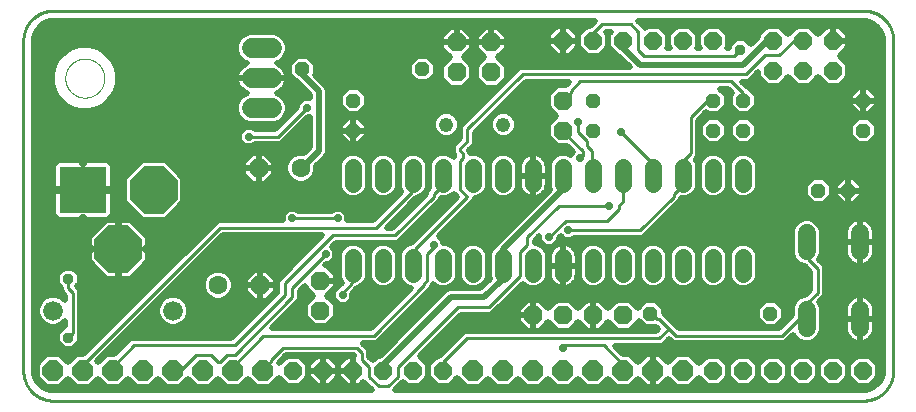
<source format=gbl>
G75*
%MOIN*%
%OFA0B0*%
%FSLAX25Y25*%
%IPPOS*%
%LPD*%
%AMOC8*
5,1,8,0,0,1.08239X$1,22.5*
%
%ADD10C,0.01000*%
%ADD11C,0.05600*%
%ADD12OC8,0.06102*%
%ADD13OC8,0.15748*%
%ADD14R,0.15748X0.15748*%
%ADD15C,0.07677*%
%ADD16C,0.06600*%
%ADD17C,0.06600*%
%ADD18C,0.00000*%
%ADD19OC8,0.04800*%
%ADD20C,0.06000*%
%ADD21C,0.04800*%
%ADD22OC8,0.06300*%
%ADD23C,0.06300*%
%ADD24OC8,0.06000*%
%ADD25OC8,0.07000*%
%ADD26C,0.02000*%
%ADD27C,0.03562*%
%ADD28OC8,0.03562*%
%ADD29OC8,0.02400*%
D10*
X0020850Y0003250D02*
X0290850Y0003250D01*
X0291092Y0003253D01*
X0291333Y0003262D01*
X0291574Y0003276D01*
X0291815Y0003297D01*
X0292055Y0003323D01*
X0292295Y0003355D01*
X0292534Y0003393D01*
X0292771Y0003436D01*
X0293008Y0003486D01*
X0293243Y0003541D01*
X0293477Y0003601D01*
X0293709Y0003668D01*
X0293940Y0003739D01*
X0294169Y0003817D01*
X0294396Y0003900D01*
X0294621Y0003988D01*
X0294844Y0004082D01*
X0295064Y0004181D01*
X0295282Y0004286D01*
X0295497Y0004395D01*
X0295710Y0004510D01*
X0295920Y0004630D01*
X0296126Y0004755D01*
X0296330Y0004885D01*
X0296531Y0005020D01*
X0296728Y0005160D01*
X0296922Y0005304D01*
X0297112Y0005453D01*
X0297298Y0005607D01*
X0297481Y0005765D01*
X0297660Y0005927D01*
X0297835Y0006094D01*
X0298006Y0006265D01*
X0298173Y0006440D01*
X0298335Y0006619D01*
X0298493Y0006802D01*
X0298647Y0006988D01*
X0298796Y0007178D01*
X0298940Y0007372D01*
X0299080Y0007569D01*
X0299215Y0007770D01*
X0299345Y0007974D01*
X0299470Y0008180D01*
X0299590Y0008390D01*
X0299705Y0008603D01*
X0299814Y0008818D01*
X0299919Y0009036D01*
X0300018Y0009256D01*
X0300112Y0009479D01*
X0300200Y0009704D01*
X0300283Y0009931D01*
X0300361Y0010160D01*
X0300432Y0010391D01*
X0300499Y0010623D01*
X0300559Y0010857D01*
X0300614Y0011092D01*
X0300664Y0011329D01*
X0300707Y0011566D01*
X0300745Y0011805D01*
X0300777Y0012045D01*
X0300803Y0012285D01*
X0300824Y0012526D01*
X0300838Y0012767D01*
X0300847Y0013008D01*
X0300850Y0013250D01*
X0300850Y0123250D01*
X0300847Y0123492D01*
X0300838Y0123733D01*
X0300824Y0123974D01*
X0300803Y0124215D01*
X0300777Y0124455D01*
X0300745Y0124695D01*
X0300707Y0124934D01*
X0300664Y0125171D01*
X0300614Y0125408D01*
X0300559Y0125643D01*
X0300499Y0125877D01*
X0300432Y0126109D01*
X0300361Y0126340D01*
X0300283Y0126569D01*
X0300200Y0126796D01*
X0300112Y0127021D01*
X0300018Y0127244D01*
X0299919Y0127464D01*
X0299814Y0127682D01*
X0299705Y0127897D01*
X0299590Y0128110D01*
X0299470Y0128320D01*
X0299345Y0128526D01*
X0299215Y0128730D01*
X0299080Y0128931D01*
X0298940Y0129128D01*
X0298796Y0129322D01*
X0298647Y0129512D01*
X0298493Y0129698D01*
X0298335Y0129881D01*
X0298173Y0130060D01*
X0298006Y0130235D01*
X0297835Y0130406D01*
X0297660Y0130573D01*
X0297481Y0130735D01*
X0297298Y0130893D01*
X0297112Y0131047D01*
X0296922Y0131196D01*
X0296728Y0131340D01*
X0296531Y0131480D01*
X0296330Y0131615D01*
X0296126Y0131745D01*
X0295920Y0131870D01*
X0295710Y0131990D01*
X0295497Y0132105D01*
X0295282Y0132214D01*
X0295064Y0132319D01*
X0294844Y0132418D01*
X0294621Y0132512D01*
X0294396Y0132600D01*
X0294169Y0132683D01*
X0293940Y0132761D01*
X0293709Y0132832D01*
X0293477Y0132899D01*
X0293243Y0132959D01*
X0293008Y0133014D01*
X0292771Y0133064D01*
X0292534Y0133107D01*
X0292295Y0133145D01*
X0292055Y0133177D01*
X0291815Y0133203D01*
X0291574Y0133224D01*
X0291333Y0133238D01*
X0291092Y0133247D01*
X0290850Y0133250D01*
X0020850Y0133250D01*
X0020608Y0133247D01*
X0020367Y0133238D01*
X0020126Y0133224D01*
X0019885Y0133203D01*
X0019645Y0133177D01*
X0019405Y0133145D01*
X0019166Y0133107D01*
X0018929Y0133064D01*
X0018692Y0133014D01*
X0018457Y0132959D01*
X0018223Y0132899D01*
X0017991Y0132832D01*
X0017760Y0132761D01*
X0017531Y0132683D01*
X0017304Y0132600D01*
X0017079Y0132512D01*
X0016856Y0132418D01*
X0016636Y0132319D01*
X0016418Y0132214D01*
X0016203Y0132105D01*
X0015990Y0131990D01*
X0015780Y0131870D01*
X0015574Y0131745D01*
X0015370Y0131615D01*
X0015169Y0131480D01*
X0014972Y0131340D01*
X0014778Y0131196D01*
X0014588Y0131047D01*
X0014402Y0130893D01*
X0014219Y0130735D01*
X0014040Y0130573D01*
X0013865Y0130406D01*
X0013694Y0130235D01*
X0013527Y0130060D01*
X0013365Y0129881D01*
X0013207Y0129698D01*
X0013053Y0129512D01*
X0012904Y0129322D01*
X0012760Y0129128D01*
X0012620Y0128931D01*
X0012485Y0128730D01*
X0012355Y0128526D01*
X0012230Y0128320D01*
X0012110Y0128110D01*
X0011995Y0127897D01*
X0011886Y0127682D01*
X0011781Y0127464D01*
X0011682Y0127244D01*
X0011588Y0127021D01*
X0011500Y0126796D01*
X0011417Y0126569D01*
X0011339Y0126340D01*
X0011268Y0126109D01*
X0011201Y0125877D01*
X0011141Y0125643D01*
X0011086Y0125408D01*
X0011036Y0125171D01*
X0010993Y0124934D01*
X0010955Y0124695D01*
X0010923Y0124455D01*
X0010897Y0124215D01*
X0010876Y0123974D01*
X0010862Y0123733D01*
X0010853Y0123492D01*
X0010850Y0123250D01*
X0010850Y0013250D01*
X0010853Y0013008D01*
X0010862Y0012767D01*
X0010876Y0012526D01*
X0010897Y0012285D01*
X0010923Y0012045D01*
X0010955Y0011805D01*
X0010993Y0011566D01*
X0011036Y0011329D01*
X0011086Y0011092D01*
X0011141Y0010857D01*
X0011201Y0010623D01*
X0011268Y0010391D01*
X0011339Y0010160D01*
X0011417Y0009931D01*
X0011500Y0009704D01*
X0011588Y0009479D01*
X0011682Y0009256D01*
X0011781Y0009036D01*
X0011886Y0008818D01*
X0011995Y0008603D01*
X0012110Y0008390D01*
X0012230Y0008180D01*
X0012355Y0007974D01*
X0012485Y0007770D01*
X0012620Y0007569D01*
X0012760Y0007372D01*
X0012904Y0007178D01*
X0013053Y0006988D01*
X0013207Y0006802D01*
X0013365Y0006619D01*
X0013527Y0006440D01*
X0013694Y0006265D01*
X0013865Y0006094D01*
X0014040Y0005927D01*
X0014219Y0005765D01*
X0014402Y0005607D01*
X0014588Y0005453D01*
X0014778Y0005304D01*
X0014972Y0005160D01*
X0015169Y0005020D01*
X0015370Y0004885D01*
X0015574Y0004755D01*
X0015780Y0004630D01*
X0015990Y0004510D01*
X0016203Y0004395D01*
X0016418Y0004286D01*
X0016636Y0004181D01*
X0016856Y0004082D01*
X0017079Y0003988D01*
X0017304Y0003900D01*
X0017531Y0003817D01*
X0017760Y0003739D01*
X0017991Y0003668D01*
X0018223Y0003601D01*
X0018457Y0003541D01*
X0018692Y0003486D01*
X0018929Y0003436D01*
X0019166Y0003393D01*
X0019405Y0003355D01*
X0019645Y0003323D01*
X0019885Y0003297D01*
X0020126Y0003276D01*
X0020367Y0003262D01*
X0020608Y0003253D01*
X0020850Y0003250D01*
X0030850Y0013250D02*
X0030850Y0015250D01*
X0076450Y0060850D01*
X0128450Y0060850D01*
X0140450Y0072850D01*
X0140450Y0077650D01*
X0140850Y0078250D01*
X0147650Y0072050D02*
X0150850Y0075250D01*
X0150850Y0078250D01*
X0156450Y0073650D02*
X0156450Y0083250D01*
X0157250Y0084050D01*
X0157250Y0085650D01*
X0156450Y0086450D01*
X0156450Y0087250D01*
X0158850Y0089650D01*
X0158850Y0093650D01*
X0177250Y0112050D01*
X0251650Y0112050D01*
X0258050Y0118450D01*
X0262850Y0118450D01*
X0267650Y0123250D01*
X0270850Y0123250D01*
X0249850Y0120250D02*
X0247850Y0118250D01*
X0217850Y0118250D01*
X0215850Y0120250D01*
X0215850Y0126250D01*
X0213350Y0128750D01*
X0203850Y0128750D01*
X0200850Y0125750D01*
X0200850Y0123250D01*
X0196450Y0109650D02*
X0246850Y0109650D01*
X0250850Y0105650D01*
X0250850Y0103250D01*
X0240850Y0103250D02*
X0238850Y0103250D01*
X0233250Y0097650D01*
X0233250Y0085650D01*
X0230850Y0083250D01*
X0230850Y0078250D01*
X0230850Y0075250D01*
X0227650Y0072050D01*
X0227650Y0071250D01*
X0216450Y0060050D01*
X0192450Y0060050D01*
X0191650Y0063250D02*
X0186050Y0057650D01*
X0178850Y0057650D02*
X0178850Y0055250D01*
X0176450Y0052850D01*
X0176450Y0044850D01*
X0166050Y0034450D01*
X0155650Y0034450D01*
X0135650Y0014450D01*
X0135650Y0011250D01*
X0132450Y0008050D01*
X0129250Y0008050D01*
X0126050Y0011250D01*
X0126050Y0014450D01*
X0123650Y0016850D01*
X0123650Y0019250D01*
X0122050Y0020850D01*
X0097250Y0020850D01*
X0093250Y0016850D01*
X0093250Y0016050D01*
X0090850Y0013650D01*
X0090850Y0013250D01*
X0081250Y0013650D02*
X0080850Y0013250D01*
X0081250Y0013650D02*
X0081250Y0015250D01*
X0090850Y0024850D01*
X0127650Y0024850D01*
X0144450Y0041650D01*
X0144450Y0042450D01*
X0145250Y0043250D01*
X0145250Y0052050D01*
X0147650Y0054450D01*
X0147650Y0055250D01*
X0141250Y0053650D02*
X0141250Y0048850D01*
X0140850Y0048250D01*
X0141250Y0053650D02*
X0158850Y0071250D01*
X0156450Y0073650D01*
X0147650Y0072050D02*
X0147650Y0071250D01*
X0134850Y0058450D01*
X0114050Y0058450D01*
X0098050Y0042450D01*
X0098050Y0038450D01*
X0081250Y0021650D01*
X0047650Y0021650D01*
X0041250Y0015250D01*
X0041250Y0013650D01*
X0040850Y0013250D01*
X0060850Y0013250D02*
X0061250Y0013650D01*
X0063650Y0013650D01*
X0068450Y0018450D01*
X0073250Y0018450D01*
X0075650Y0016050D01*
X0076450Y0016050D01*
X0078850Y0018450D01*
X0081250Y0018450D01*
X0100450Y0037650D01*
X0100450Y0040850D01*
X0111650Y0052050D01*
X0120450Y0048050D02*
X0120850Y0048250D01*
X0120450Y0048050D02*
X0120450Y0042450D01*
X0117250Y0039250D01*
X0117250Y0038450D01*
X0150850Y0016050D02*
X0158850Y0024050D01*
X0222850Y0024050D01*
X0226050Y0027250D01*
X0222850Y0030450D01*
X0222050Y0030450D01*
X0220450Y0032050D01*
X0219850Y0032250D01*
X0226050Y0027250D02*
X0228450Y0024850D01*
X0263650Y0024850D01*
X0269250Y0030450D01*
X0271950Y0030450D01*
X0272450Y0030450D01*
X0272450Y0036050D01*
X0275650Y0039250D01*
X0275650Y0047250D01*
X0272450Y0050450D01*
X0272450Y0056050D01*
X0271950Y0056050D01*
X0220850Y0078250D02*
X0220450Y0078450D01*
X0220450Y0082450D01*
X0210050Y0092850D01*
X0200450Y0086450D02*
X0198850Y0088050D01*
X0198850Y0089650D01*
X0195650Y0092850D01*
X0195650Y0096050D01*
X0190850Y0093250D02*
X0190850Y0092850D01*
X0197250Y0086450D01*
X0197250Y0084850D01*
X0196450Y0084050D01*
X0200450Y0086450D02*
X0200450Y0078450D01*
X0200850Y0078250D01*
X0210850Y0078250D02*
X0210850Y0069650D01*
X0209250Y0068050D01*
X0209250Y0067250D01*
X0205250Y0063250D01*
X0191650Y0063250D01*
X0189250Y0068050D02*
X0178850Y0057650D01*
X0189250Y0068050D02*
X0206050Y0068050D01*
X0190850Y0103250D02*
X0193250Y0105650D01*
X0193250Y0106450D01*
X0196450Y0109650D01*
X0105250Y0100850D02*
X0095650Y0091250D01*
X0086050Y0091250D01*
X0100450Y0064050D02*
X0115650Y0064050D01*
X0027350Y0039250D02*
X0027350Y0025750D01*
X0025850Y0024250D01*
X0027350Y0039250D02*
X0025850Y0040750D01*
X0025850Y0043750D01*
X0150850Y0016050D02*
X0150850Y0013250D01*
X0190850Y0020850D02*
X0191650Y0021650D01*
X0204450Y0021650D01*
X0210850Y0015250D01*
X0210850Y0013250D01*
D11*
X0210850Y0045450D02*
X0210850Y0051050D01*
X0200850Y0051050D02*
X0200850Y0045450D01*
X0190850Y0045450D02*
X0190850Y0051050D01*
X0180850Y0051050D02*
X0180850Y0045450D01*
X0170850Y0045450D02*
X0170850Y0051050D01*
X0160850Y0051050D02*
X0160850Y0045450D01*
X0150850Y0045450D02*
X0150850Y0051050D01*
X0140850Y0051050D02*
X0140850Y0045450D01*
X0130850Y0045450D02*
X0130850Y0051050D01*
X0120850Y0051050D02*
X0120850Y0045450D01*
X0120850Y0075450D02*
X0120850Y0081050D01*
X0130850Y0081050D02*
X0130850Y0075450D01*
X0140850Y0075450D02*
X0140850Y0081050D01*
X0150850Y0081050D02*
X0150850Y0075450D01*
X0160850Y0075450D02*
X0160850Y0081050D01*
X0170850Y0081050D02*
X0170850Y0075450D01*
X0180850Y0075450D02*
X0180850Y0081050D01*
X0190850Y0081050D02*
X0190850Y0075450D01*
X0200850Y0075450D02*
X0200850Y0081050D01*
X0210850Y0081050D02*
X0210850Y0075450D01*
X0220850Y0075450D02*
X0220850Y0081050D01*
X0230850Y0081050D02*
X0230850Y0075450D01*
X0240850Y0075450D02*
X0240850Y0081050D01*
X0250850Y0081050D02*
X0250850Y0075450D01*
X0250850Y0051050D02*
X0250850Y0045450D01*
X0240850Y0045450D02*
X0240850Y0051050D01*
X0230850Y0051050D02*
X0230850Y0045450D01*
X0220850Y0045450D02*
X0220850Y0051050D01*
D12*
X0260850Y0113250D03*
X0270850Y0113250D03*
X0280850Y0113250D03*
X0280850Y0123250D03*
X0270850Y0123250D03*
X0260850Y0123250D03*
D13*
X0054350Y0073450D03*
X0042550Y0053750D03*
D14*
X0030750Y0073450D03*
D15*
X0030750Y0070450D03*
X0030750Y0076450D03*
X0054350Y0076450D03*
X0054350Y0070450D03*
X0045550Y0053750D03*
X0039550Y0053750D03*
D16*
X0020850Y0033250D03*
X0060850Y0033250D03*
D17*
X0087050Y0100750D02*
X0093650Y0100750D01*
X0093650Y0110750D02*
X0087050Y0110750D01*
X0087050Y0120750D02*
X0093650Y0120750D01*
D18*
X0024850Y0110750D02*
X0024852Y0110911D01*
X0024858Y0111071D01*
X0024868Y0111232D01*
X0024882Y0111392D01*
X0024900Y0111552D01*
X0024921Y0111711D01*
X0024947Y0111870D01*
X0024977Y0112028D01*
X0025010Y0112185D01*
X0025048Y0112342D01*
X0025089Y0112497D01*
X0025134Y0112651D01*
X0025183Y0112804D01*
X0025236Y0112956D01*
X0025292Y0113107D01*
X0025353Y0113256D01*
X0025416Y0113404D01*
X0025484Y0113550D01*
X0025555Y0113694D01*
X0025629Y0113836D01*
X0025707Y0113977D01*
X0025789Y0114115D01*
X0025874Y0114252D01*
X0025962Y0114386D01*
X0026054Y0114518D01*
X0026149Y0114648D01*
X0026247Y0114776D01*
X0026348Y0114901D01*
X0026452Y0115023D01*
X0026559Y0115143D01*
X0026669Y0115260D01*
X0026782Y0115375D01*
X0026898Y0115486D01*
X0027017Y0115595D01*
X0027138Y0115700D01*
X0027262Y0115803D01*
X0027388Y0115903D01*
X0027516Y0115999D01*
X0027647Y0116092D01*
X0027781Y0116182D01*
X0027916Y0116269D01*
X0028054Y0116352D01*
X0028193Y0116432D01*
X0028335Y0116508D01*
X0028478Y0116581D01*
X0028623Y0116650D01*
X0028770Y0116716D01*
X0028918Y0116778D01*
X0029068Y0116836D01*
X0029219Y0116891D01*
X0029372Y0116942D01*
X0029526Y0116989D01*
X0029681Y0117032D01*
X0029837Y0117071D01*
X0029993Y0117107D01*
X0030151Y0117138D01*
X0030309Y0117166D01*
X0030468Y0117190D01*
X0030628Y0117210D01*
X0030788Y0117226D01*
X0030948Y0117238D01*
X0031109Y0117246D01*
X0031270Y0117250D01*
X0031430Y0117250D01*
X0031591Y0117246D01*
X0031752Y0117238D01*
X0031912Y0117226D01*
X0032072Y0117210D01*
X0032232Y0117190D01*
X0032391Y0117166D01*
X0032549Y0117138D01*
X0032707Y0117107D01*
X0032863Y0117071D01*
X0033019Y0117032D01*
X0033174Y0116989D01*
X0033328Y0116942D01*
X0033481Y0116891D01*
X0033632Y0116836D01*
X0033782Y0116778D01*
X0033930Y0116716D01*
X0034077Y0116650D01*
X0034222Y0116581D01*
X0034365Y0116508D01*
X0034507Y0116432D01*
X0034646Y0116352D01*
X0034784Y0116269D01*
X0034919Y0116182D01*
X0035053Y0116092D01*
X0035184Y0115999D01*
X0035312Y0115903D01*
X0035438Y0115803D01*
X0035562Y0115700D01*
X0035683Y0115595D01*
X0035802Y0115486D01*
X0035918Y0115375D01*
X0036031Y0115260D01*
X0036141Y0115143D01*
X0036248Y0115023D01*
X0036352Y0114901D01*
X0036453Y0114776D01*
X0036551Y0114648D01*
X0036646Y0114518D01*
X0036738Y0114386D01*
X0036826Y0114252D01*
X0036911Y0114115D01*
X0036993Y0113977D01*
X0037071Y0113836D01*
X0037145Y0113694D01*
X0037216Y0113550D01*
X0037284Y0113404D01*
X0037347Y0113256D01*
X0037408Y0113107D01*
X0037464Y0112956D01*
X0037517Y0112804D01*
X0037566Y0112651D01*
X0037611Y0112497D01*
X0037652Y0112342D01*
X0037690Y0112185D01*
X0037723Y0112028D01*
X0037753Y0111870D01*
X0037779Y0111711D01*
X0037800Y0111552D01*
X0037818Y0111392D01*
X0037832Y0111232D01*
X0037842Y0111071D01*
X0037848Y0110911D01*
X0037850Y0110750D01*
X0037848Y0110589D01*
X0037842Y0110429D01*
X0037832Y0110268D01*
X0037818Y0110108D01*
X0037800Y0109948D01*
X0037779Y0109789D01*
X0037753Y0109630D01*
X0037723Y0109472D01*
X0037690Y0109315D01*
X0037652Y0109158D01*
X0037611Y0109003D01*
X0037566Y0108849D01*
X0037517Y0108696D01*
X0037464Y0108544D01*
X0037408Y0108393D01*
X0037347Y0108244D01*
X0037284Y0108096D01*
X0037216Y0107950D01*
X0037145Y0107806D01*
X0037071Y0107664D01*
X0036993Y0107523D01*
X0036911Y0107385D01*
X0036826Y0107248D01*
X0036738Y0107114D01*
X0036646Y0106982D01*
X0036551Y0106852D01*
X0036453Y0106724D01*
X0036352Y0106599D01*
X0036248Y0106477D01*
X0036141Y0106357D01*
X0036031Y0106240D01*
X0035918Y0106125D01*
X0035802Y0106014D01*
X0035683Y0105905D01*
X0035562Y0105800D01*
X0035438Y0105697D01*
X0035312Y0105597D01*
X0035184Y0105501D01*
X0035053Y0105408D01*
X0034919Y0105318D01*
X0034784Y0105231D01*
X0034646Y0105148D01*
X0034507Y0105068D01*
X0034365Y0104992D01*
X0034222Y0104919D01*
X0034077Y0104850D01*
X0033930Y0104784D01*
X0033782Y0104722D01*
X0033632Y0104664D01*
X0033481Y0104609D01*
X0033328Y0104558D01*
X0033174Y0104511D01*
X0033019Y0104468D01*
X0032863Y0104429D01*
X0032707Y0104393D01*
X0032549Y0104362D01*
X0032391Y0104334D01*
X0032232Y0104310D01*
X0032072Y0104290D01*
X0031912Y0104274D01*
X0031752Y0104262D01*
X0031591Y0104254D01*
X0031430Y0104250D01*
X0031270Y0104250D01*
X0031109Y0104254D01*
X0030948Y0104262D01*
X0030788Y0104274D01*
X0030628Y0104290D01*
X0030468Y0104310D01*
X0030309Y0104334D01*
X0030151Y0104362D01*
X0029993Y0104393D01*
X0029837Y0104429D01*
X0029681Y0104468D01*
X0029526Y0104511D01*
X0029372Y0104558D01*
X0029219Y0104609D01*
X0029068Y0104664D01*
X0028918Y0104722D01*
X0028770Y0104784D01*
X0028623Y0104850D01*
X0028478Y0104919D01*
X0028335Y0104992D01*
X0028193Y0105068D01*
X0028054Y0105148D01*
X0027916Y0105231D01*
X0027781Y0105318D01*
X0027647Y0105408D01*
X0027516Y0105501D01*
X0027388Y0105597D01*
X0027262Y0105697D01*
X0027138Y0105800D01*
X0027017Y0105905D01*
X0026898Y0106014D01*
X0026782Y0106125D01*
X0026669Y0106240D01*
X0026559Y0106357D01*
X0026452Y0106477D01*
X0026348Y0106599D01*
X0026247Y0106724D01*
X0026149Y0106852D01*
X0026054Y0106982D01*
X0025962Y0107114D01*
X0025874Y0107248D01*
X0025789Y0107385D01*
X0025707Y0107523D01*
X0025629Y0107664D01*
X0025555Y0107806D01*
X0025484Y0107950D01*
X0025416Y0108096D01*
X0025353Y0108244D01*
X0025292Y0108393D01*
X0025236Y0108544D01*
X0025183Y0108696D01*
X0025134Y0108849D01*
X0025089Y0109003D01*
X0025048Y0109158D01*
X0025010Y0109315D01*
X0024977Y0109472D01*
X0024947Y0109630D01*
X0024921Y0109789D01*
X0024900Y0109948D01*
X0024882Y0110108D01*
X0024868Y0110268D01*
X0024858Y0110429D01*
X0024852Y0110589D01*
X0024850Y0110750D01*
D19*
X0103850Y0113750D03*
X0120850Y0103250D03*
X0120850Y0093250D03*
X0143850Y0113750D03*
X0200850Y0103250D03*
X0200850Y0093250D03*
X0240850Y0093250D03*
X0250850Y0093250D03*
X0250850Y0103250D03*
X0240850Y0103250D03*
X0290850Y0103250D03*
X0290850Y0093250D03*
X0285850Y0073250D03*
X0275850Y0073250D03*
X0259850Y0032250D03*
X0219850Y0032250D03*
D20*
X0271950Y0033450D02*
X0271950Y0027450D01*
X0289750Y0027450D02*
X0289750Y0033450D01*
X0289750Y0053050D02*
X0289750Y0059050D01*
X0271950Y0059050D02*
X0271950Y0053050D01*
D21*
X0170850Y0095250D03*
X0151850Y0095250D03*
D22*
X0155350Y0112750D03*
X0166850Y0112750D03*
X0166850Y0122750D03*
X0155350Y0122750D03*
X0190850Y0103250D03*
X0190850Y0093250D03*
X0089350Y0080750D03*
X0109850Y0043250D03*
X0089850Y0041750D03*
X0109850Y0033250D03*
X0180850Y0031750D03*
X0190850Y0031750D03*
X0200850Y0031750D03*
X0210850Y0031750D03*
D23*
X0103350Y0080750D03*
X0075850Y0041750D03*
D24*
X0100850Y0013250D03*
X0110850Y0013250D03*
X0120850Y0013250D03*
X0130850Y0013250D03*
X0140850Y0013250D03*
X0150850Y0013250D03*
X0240850Y0013250D03*
X0250850Y0013250D03*
X0260850Y0013250D03*
X0270850Y0013250D03*
X0280850Y0013250D03*
X0290850Y0013250D03*
X0240850Y0123250D03*
X0230850Y0123250D03*
X0220850Y0123250D03*
X0210850Y0123250D03*
X0200850Y0123250D03*
X0190850Y0123250D03*
D25*
X0190850Y0013250D03*
X0200850Y0013250D03*
X0210850Y0013250D03*
X0220850Y0013250D03*
X0230850Y0013250D03*
X0180850Y0013250D03*
X0170850Y0013250D03*
X0160850Y0013250D03*
X0090850Y0013250D03*
X0080850Y0013250D03*
X0070850Y0013250D03*
X0060850Y0013250D03*
X0050850Y0013250D03*
X0040850Y0013250D03*
X0030850Y0013250D03*
X0020850Y0013250D03*
D26*
X0016254Y0008654D02*
X0017899Y0007458D01*
X0019833Y0006830D01*
X0020850Y0006750D01*
X0127014Y0006750D01*
X0124218Y0009547D01*
X0122921Y0008250D01*
X0120850Y0008250D01*
X0120850Y0013250D01*
X0120850Y0013250D01*
X0120850Y0018250D01*
X0121114Y0018250D01*
X0121014Y0018350D01*
X0098286Y0018350D01*
X0095907Y0015971D01*
X0096204Y0015675D01*
X0098779Y0018250D01*
X0102921Y0018250D01*
X0105850Y0015321D01*
X0105850Y0013250D01*
X0110850Y0013250D01*
X0110850Y0013250D01*
X0110850Y0018250D01*
X0112921Y0018250D01*
X0115850Y0015321D01*
X0115850Y0013250D01*
X0110850Y0013250D01*
X0110850Y0013250D01*
X0110850Y0013250D01*
X0110850Y0018250D01*
X0108779Y0018250D01*
X0105850Y0015321D01*
X0105850Y0011179D01*
X0108779Y0008250D01*
X0110850Y0008250D01*
X0112921Y0008250D01*
X0115850Y0011179D01*
X0115850Y0013250D01*
X0120850Y0013250D01*
X0120850Y0013250D01*
X0120850Y0013250D01*
X0120850Y0018250D01*
X0118779Y0018250D01*
X0115850Y0015321D01*
X0115850Y0013250D01*
X0110850Y0013250D01*
X0110850Y0008250D01*
X0110850Y0013250D01*
X0110850Y0013250D01*
X0105850Y0013250D01*
X0105850Y0011179D01*
X0102921Y0008250D01*
X0098779Y0008250D01*
X0096204Y0010825D01*
X0093128Y0007750D01*
X0088572Y0007750D01*
X0085850Y0010472D01*
X0083128Y0007750D01*
X0078572Y0007750D01*
X0075850Y0010472D01*
X0073128Y0007750D01*
X0068572Y0007750D01*
X0065850Y0010472D01*
X0063128Y0007750D01*
X0058572Y0007750D01*
X0055850Y0010472D01*
X0053128Y0007750D01*
X0048572Y0007750D01*
X0045850Y0010472D01*
X0043128Y0007750D01*
X0038572Y0007750D01*
X0035850Y0010472D01*
X0033128Y0007750D01*
X0028572Y0007750D01*
X0025850Y0010472D01*
X0023128Y0007750D01*
X0018572Y0007750D01*
X0015350Y0010972D01*
X0015350Y0015528D01*
X0018572Y0018750D01*
X0023128Y0018750D01*
X0025850Y0016028D01*
X0028572Y0018750D01*
X0030814Y0018750D01*
X0075034Y0062969D01*
X0075953Y0063350D01*
X0097250Y0063350D01*
X0097250Y0065375D01*
X0099125Y0067250D01*
X0101775Y0067250D01*
X0102475Y0066550D01*
X0113625Y0066550D01*
X0114325Y0067250D01*
X0116975Y0067250D01*
X0118850Y0065375D01*
X0118850Y0063350D01*
X0127414Y0063350D01*
X0136788Y0072724D01*
X0136781Y0072731D01*
X0136050Y0074495D01*
X0136050Y0082005D01*
X0136781Y0083769D01*
X0138131Y0085119D01*
X0139895Y0085850D01*
X0141805Y0085850D01*
X0143569Y0085119D01*
X0144919Y0083769D01*
X0145650Y0082005D01*
X0145650Y0074495D01*
X0144919Y0072731D01*
X0143569Y0071381D01*
X0141805Y0070650D01*
X0141786Y0070650D01*
X0132086Y0060950D01*
X0133814Y0060950D01*
X0145150Y0072286D01*
X0145150Y0072547D01*
X0145531Y0073466D01*
X0146199Y0074135D01*
X0146050Y0074495D01*
X0146050Y0082005D01*
X0146781Y0083769D01*
X0148131Y0085119D01*
X0149895Y0085850D01*
X0151805Y0085850D01*
X0153569Y0085119D01*
X0154240Y0084448D01*
X0154331Y0084666D01*
X0154514Y0084850D01*
X0154331Y0085034D01*
X0153950Y0085953D01*
X0153950Y0087747D01*
X0154331Y0088666D01*
X0155034Y0089369D01*
X0156350Y0090686D01*
X0156350Y0094147D01*
X0156731Y0095066D01*
X0157434Y0095769D01*
X0175834Y0114169D01*
X0176753Y0114550D01*
X0212907Y0114550D01*
X0209207Y0118250D01*
X0208779Y0118250D01*
X0205850Y0121179D01*
X0205850Y0125321D01*
X0206779Y0126250D01*
X0204921Y0126250D01*
X0205850Y0125321D01*
X0205850Y0121179D01*
X0202921Y0118250D01*
X0198779Y0118250D01*
X0195850Y0121179D01*
X0195850Y0123250D01*
X0195850Y0125321D01*
X0192921Y0128250D01*
X0190850Y0128250D01*
X0190850Y0123250D01*
X0190850Y0123250D01*
X0195850Y0123250D01*
X0190850Y0123250D01*
X0190850Y0123250D01*
X0190850Y0123250D01*
X0185850Y0123250D01*
X0185850Y0125321D01*
X0188779Y0128250D01*
X0190850Y0128250D01*
X0190850Y0123250D01*
X0190850Y0118250D01*
X0192921Y0118250D01*
X0195850Y0121179D01*
X0195850Y0125321D01*
X0198779Y0128250D01*
X0199814Y0128250D01*
X0201314Y0129750D01*
X0020850Y0129750D01*
X0019833Y0129670D01*
X0017899Y0129042D01*
X0016254Y0127846D01*
X0015058Y0126201D01*
X0014430Y0124267D01*
X0014350Y0123250D01*
X0014350Y0013250D01*
X0014430Y0012233D01*
X0015058Y0010299D01*
X0016254Y0008654D01*
X0015824Y0009246D02*
X0017076Y0009246D01*
X0018550Y0007247D02*
X0126517Y0007247D01*
X0124519Y0009246D02*
X0123917Y0009246D01*
X0120850Y0009246D02*
X0120850Y0009246D01*
X0120850Y0008250D02*
X0120850Y0013250D01*
X0115850Y0013250D01*
X0115850Y0011179D01*
X0118779Y0008250D01*
X0120850Y0008250D01*
X0117783Y0009246D02*
X0113917Y0009246D01*
X0110850Y0009246D02*
X0110850Y0009246D01*
X0107783Y0009246D02*
X0103917Y0009246D01*
X0105850Y0011244D02*
X0105850Y0011244D01*
X0105850Y0013243D02*
X0105850Y0013243D01*
X0110850Y0013243D02*
X0110850Y0013243D01*
X0110850Y0011244D02*
X0110850Y0011244D01*
X0115850Y0011244D02*
X0115850Y0011244D01*
X0115850Y0013243D02*
X0115850Y0013243D01*
X0120850Y0013243D02*
X0120850Y0013243D01*
X0120850Y0011244D02*
X0120850Y0011244D01*
X0120850Y0015241D02*
X0120850Y0015241D01*
X0120850Y0017240D02*
X0120850Y0017240D01*
X0117769Y0017240D02*
X0113931Y0017240D01*
X0115850Y0015241D02*
X0115850Y0015241D01*
X0110850Y0015241D02*
X0110850Y0015241D01*
X0110850Y0017240D02*
X0110850Y0017240D01*
X0107769Y0017240D02*
X0103931Y0017240D01*
X0105850Y0015241D02*
X0105850Y0015241D01*
X0097769Y0017240D02*
X0097175Y0017240D01*
X0097783Y0009246D02*
X0094624Y0009246D01*
X0087076Y0009246D02*
X0084624Y0009246D01*
X0077076Y0009246D02*
X0074624Y0009246D01*
X0067076Y0009246D02*
X0064624Y0009246D01*
X0057076Y0009246D02*
X0054624Y0009246D01*
X0047076Y0009246D02*
X0044624Y0009246D01*
X0037076Y0009246D02*
X0034624Y0009246D01*
X0027076Y0009246D02*
X0024624Y0009246D01*
X0015350Y0011244D02*
X0014751Y0011244D01*
X0014351Y0013243D02*
X0015350Y0013243D01*
X0015350Y0015241D02*
X0014350Y0015241D01*
X0014350Y0017240D02*
X0017061Y0017240D01*
X0014350Y0019238D02*
X0031303Y0019238D01*
X0033301Y0021237D02*
X0028184Y0021237D01*
X0027416Y0020469D02*
X0029631Y0022684D01*
X0029631Y0024724D01*
X0029850Y0025253D01*
X0029850Y0039747D01*
X0029469Y0040666D01*
X0028791Y0041344D01*
X0029631Y0042184D01*
X0029631Y0045316D01*
X0027416Y0047531D01*
X0024284Y0047531D01*
X0022069Y0045316D01*
X0022069Y0042184D01*
X0023350Y0040903D01*
X0023350Y0040253D01*
X0023731Y0039334D01*
X0024850Y0038214D01*
X0024850Y0036745D01*
X0023852Y0037743D01*
X0021904Y0038550D01*
X0019796Y0038550D01*
X0017848Y0037743D01*
X0016357Y0036252D01*
X0015550Y0034304D01*
X0015550Y0032196D01*
X0016357Y0030248D01*
X0017848Y0028757D01*
X0019796Y0027950D01*
X0021904Y0027950D01*
X0023852Y0028757D01*
X0024850Y0029755D01*
X0024850Y0028031D01*
X0024284Y0028031D01*
X0022069Y0025816D01*
X0022069Y0022684D01*
X0024284Y0020469D01*
X0027416Y0020469D01*
X0029631Y0023235D02*
X0035300Y0023235D01*
X0037298Y0025234D02*
X0029842Y0025234D01*
X0029850Y0027232D02*
X0039297Y0027232D01*
X0041295Y0029231D02*
X0029850Y0029231D01*
X0024850Y0029231D02*
X0024326Y0029231D01*
X0023485Y0027232D02*
X0014350Y0027232D01*
X0014350Y0029231D02*
X0017374Y0029231D01*
X0015950Y0031229D02*
X0014350Y0031229D01*
X0014350Y0033228D02*
X0015550Y0033228D01*
X0015932Y0035226D02*
X0014350Y0035226D01*
X0014350Y0037225D02*
X0017329Y0037225D01*
X0014350Y0039223D02*
X0023841Y0039223D01*
X0023031Y0041222D02*
X0014350Y0041222D01*
X0014350Y0043220D02*
X0022069Y0043220D01*
X0022069Y0045219D02*
X0014350Y0045219D01*
X0014350Y0047217D02*
X0023970Y0047217D01*
X0027730Y0047217D02*
X0035119Y0047217D01*
X0033120Y0049216D02*
X0014350Y0049216D01*
X0014350Y0051214D02*
X0032676Y0051214D01*
X0032676Y0049660D02*
X0032676Y0053470D01*
X0033711Y0053470D01*
X0033711Y0054030D01*
X0032676Y0054030D01*
X0032676Y0057840D01*
X0038412Y0063576D01*
X0031030Y0063576D01*
X0031030Y0064611D01*
X0030470Y0064611D01*
X0030470Y0063576D01*
X0022613Y0063576D01*
X0022104Y0063712D01*
X0021648Y0063976D01*
X0021276Y0064348D01*
X0021012Y0064804D01*
X0020876Y0065313D01*
X0020876Y0073170D01*
X0025557Y0073170D01*
X0025673Y0073450D01*
X0025557Y0073730D01*
X0020876Y0073730D01*
X0020876Y0081587D01*
X0021012Y0082096D01*
X0021276Y0082552D01*
X0021648Y0082924D01*
X0022104Y0083188D01*
X0022613Y0083324D01*
X0030470Y0083324D01*
X0030470Y0082289D01*
X0031030Y0082289D01*
X0031030Y0083324D01*
X0038887Y0083324D01*
X0039396Y0083188D01*
X0039852Y0082924D01*
X0040224Y0082552D01*
X0040488Y0082096D01*
X0040624Y0081587D01*
X0040624Y0073730D01*
X0035943Y0073730D01*
X0035827Y0073450D01*
X0035943Y0073170D01*
X0040624Y0073170D01*
X0040624Y0065313D01*
X0040488Y0064804D01*
X0040224Y0064348D01*
X0039852Y0063976D01*
X0039396Y0063712D01*
X0039066Y0063624D01*
X0042270Y0063624D01*
X0042270Y0058943D01*
X0042550Y0058827D01*
X0042830Y0058943D01*
X0042830Y0063624D01*
X0046640Y0063624D01*
X0052424Y0057840D01*
X0052424Y0054030D01*
X0051389Y0054030D01*
X0051389Y0053470D01*
X0052424Y0053470D01*
X0052424Y0049660D01*
X0046640Y0043876D01*
X0042830Y0043876D01*
X0042830Y0048557D01*
X0042550Y0048673D01*
X0042270Y0048557D01*
X0042270Y0043876D01*
X0038460Y0043876D01*
X0032676Y0049660D01*
X0032676Y0053213D02*
X0014350Y0053213D01*
X0014350Y0055211D02*
X0032676Y0055211D01*
X0032676Y0057210D02*
X0014350Y0057210D01*
X0014350Y0059208D02*
X0034044Y0059208D01*
X0036043Y0061207D02*
X0014350Y0061207D01*
X0014350Y0063205D02*
X0038041Y0063205D01*
X0042270Y0063205D02*
X0042830Y0063205D01*
X0042830Y0061207D02*
X0042270Y0061207D01*
X0042270Y0059208D02*
X0042830Y0059208D01*
X0049057Y0061207D02*
X0073271Y0061207D01*
X0075603Y0063205D02*
X0047059Y0063205D01*
X0050260Y0063576D02*
X0058440Y0063576D01*
X0064224Y0069360D01*
X0064224Y0077540D01*
X0058440Y0083324D01*
X0050260Y0083324D01*
X0044476Y0077540D01*
X0044476Y0069360D01*
X0050260Y0063576D01*
X0048632Y0065204D02*
X0040595Y0065204D01*
X0040624Y0067202D02*
X0046634Y0067202D01*
X0044635Y0069201D02*
X0040624Y0069201D01*
X0040624Y0071199D02*
X0044476Y0071199D01*
X0044476Y0073198D02*
X0035931Y0073198D01*
X0040624Y0075196D02*
X0044476Y0075196D01*
X0044476Y0077195D02*
X0040624Y0077195D01*
X0040624Y0079193D02*
X0046129Y0079193D01*
X0048128Y0081192D02*
X0040624Y0081192D01*
X0039386Y0083190D02*
X0050127Y0083190D01*
X0058573Y0083190D02*
X0084507Y0083190D01*
X0084200Y0082883D02*
X0084200Y0080750D01*
X0089350Y0080750D01*
X0094500Y0080750D01*
X0094500Y0082883D01*
X0091483Y0085900D01*
X0089350Y0085900D01*
X0089350Y0080750D01*
X0089350Y0080750D01*
X0089350Y0080750D01*
X0094500Y0080750D01*
X0094500Y0078617D01*
X0091483Y0075600D01*
X0089350Y0075600D01*
X0089350Y0080750D01*
X0089350Y0080750D01*
X0089350Y0080750D01*
X0089350Y0085900D01*
X0087217Y0085900D01*
X0084200Y0082883D01*
X0084200Y0081192D02*
X0060572Y0081192D01*
X0062571Y0079193D02*
X0084200Y0079193D01*
X0084200Y0078617D02*
X0087217Y0075600D01*
X0089350Y0075600D01*
X0089350Y0080750D01*
X0084200Y0080750D01*
X0084200Y0078617D01*
X0085622Y0077195D02*
X0064224Y0077195D01*
X0064224Y0075196D02*
X0116050Y0075196D01*
X0116050Y0074495D02*
X0116781Y0072731D01*
X0118131Y0071381D01*
X0119895Y0070650D01*
X0121805Y0070650D01*
X0123569Y0071381D01*
X0124919Y0072731D01*
X0125650Y0074495D01*
X0125650Y0082005D01*
X0124919Y0083769D01*
X0123569Y0085119D01*
X0121805Y0085850D01*
X0119895Y0085850D01*
X0118131Y0085119D01*
X0116781Y0083769D01*
X0116050Y0082005D01*
X0116050Y0074495D01*
X0116587Y0073198D02*
X0064224Y0073198D01*
X0064224Y0071199D02*
X0118569Y0071199D01*
X0123131Y0071199D02*
X0128569Y0071199D01*
X0128131Y0071381D02*
X0129895Y0070650D01*
X0131805Y0070650D01*
X0133569Y0071381D01*
X0134919Y0072731D01*
X0135650Y0074495D01*
X0135650Y0082005D01*
X0134919Y0083769D01*
X0133569Y0085119D01*
X0131805Y0085850D01*
X0129895Y0085850D01*
X0128131Y0085119D01*
X0126781Y0083769D01*
X0126050Y0082005D01*
X0126050Y0074495D01*
X0126781Y0072731D01*
X0128131Y0071381D01*
X0126587Y0073198D02*
X0125113Y0073198D01*
X0125650Y0075196D02*
X0126050Y0075196D01*
X0126050Y0077195D02*
X0125650Y0077195D01*
X0125650Y0079193D02*
X0126050Y0079193D01*
X0126050Y0081192D02*
X0125650Y0081192D01*
X0125159Y0083190D02*
X0126541Y0083190D01*
X0128299Y0085189D02*
X0123401Y0085189D01*
X0118299Y0085189D02*
X0111975Y0085189D01*
X0111793Y0084751D02*
X0112250Y0085853D01*
X0112250Y0107047D01*
X0111793Y0108149D01*
X0108133Y0111810D01*
X0108250Y0111927D01*
X0108250Y0115573D01*
X0105673Y0118150D01*
X0102027Y0118150D01*
X0099450Y0115573D01*
X0099450Y0111927D01*
X0102027Y0109350D01*
X0102107Y0109350D01*
X0106250Y0105207D01*
X0106250Y0104050D01*
X0103925Y0104050D01*
X0102050Y0102175D01*
X0102050Y0101186D01*
X0094614Y0093750D01*
X0088075Y0093750D01*
X0087375Y0094450D01*
X0084725Y0094450D01*
X0082850Y0092575D01*
X0082850Y0089925D01*
X0084725Y0088050D01*
X0087375Y0088050D01*
X0088075Y0088750D01*
X0096147Y0088750D01*
X0097066Y0089131D01*
X0097769Y0089834D01*
X0105586Y0097650D01*
X0106250Y0097650D01*
X0106250Y0087693D01*
X0104433Y0085876D01*
X0104374Y0085900D01*
X0102326Y0085900D01*
X0100433Y0085116D01*
X0098984Y0083667D01*
X0098200Y0081774D01*
X0098200Y0079726D01*
X0098984Y0077833D01*
X0100433Y0076384D01*
X0102326Y0075600D01*
X0104374Y0075600D01*
X0106267Y0076384D01*
X0107716Y0077833D01*
X0108500Y0079726D01*
X0108500Y0081457D01*
X0110949Y0083907D01*
X0110949Y0083907D01*
X0111793Y0084751D01*
X0110233Y0083190D02*
X0116541Y0083190D01*
X0116050Y0081192D02*
X0108500Y0081192D01*
X0103650Y0080850D02*
X0103350Y0080750D01*
X0103650Y0080850D02*
X0109250Y0086450D01*
X0109250Y0106450D01*
X0103650Y0112050D01*
X0103650Y0113650D01*
X0103850Y0113750D01*
X0108250Y0113168D02*
X0139450Y0113168D01*
X0139450Y0111927D02*
X0142027Y0109350D01*
X0145673Y0109350D01*
X0148250Y0111927D01*
X0148250Y0115573D01*
X0145673Y0118150D01*
X0142027Y0118150D01*
X0139450Y0115573D01*
X0139450Y0111927D01*
X0140208Y0111170D02*
X0108773Y0111170D01*
X0110772Y0109171D02*
X0151646Y0109171D01*
X0150200Y0110617D02*
X0153217Y0107600D01*
X0157483Y0107600D01*
X0160500Y0110617D01*
X0160500Y0114883D01*
X0157633Y0117750D01*
X0160500Y0120617D01*
X0160500Y0122750D01*
X0160500Y0124883D01*
X0157483Y0127900D01*
X0155350Y0127900D01*
X0155350Y0122750D01*
X0155350Y0122750D01*
X0160500Y0122750D01*
X0155350Y0122750D01*
X0155350Y0122750D01*
X0155350Y0122750D01*
X0150200Y0122750D01*
X0150200Y0124883D01*
X0153217Y0127900D01*
X0155350Y0127900D01*
X0155350Y0122750D01*
X0150200Y0122750D01*
X0150200Y0120617D01*
X0153067Y0117750D01*
X0150200Y0114883D01*
X0150200Y0110617D01*
X0150200Y0111170D02*
X0147492Y0111170D01*
X0148250Y0113168D02*
X0150200Y0113168D01*
X0150483Y0115167D02*
X0148250Y0115167D01*
X0146657Y0117165D02*
X0152482Y0117165D01*
X0151653Y0119164D02*
X0098730Y0119164D01*
X0098950Y0119696D02*
X0098950Y0121804D01*
X0098143Y0123752D01*
X0096652Y0125243D01*
X0094704Y0126050D01*
X0085996Y0126050D01*
X0084048Y0125243D01*
X0082557Y0123752D01*
X0081750Y0121804D01*
X0081750Y0119696D01*
X0082557Y0117748D01*
X0084048Y0116257D01*
X0085278Y0115747D01*
X0085016Y0115662D01*
X0084272Y0115283D01*
X0083597Y0114793D01*
X0083007Y0114203D01*
X0082517Y0113528D01*
X0082138Y0112784D01*
X0081880Y0111991D01*
X0081750Y0111167D01*
X0081750Y0110850D01*
X0090250Y0110850D01*
X0090250Y0110650D01*
X0081750Y0110650D01*
X0081750Y0110333D01*
X0081880Y0109509D01*
X0082138Y0108716D01*
X0082517Y0107972D01*
X0083007Y0107297D01*
X0083597Y0106707D01*
X0084272Y0106217D01*
X0085016Y0105838D01*
X0085278Y0105753D01*
X0084048Y0105243D01*
X0082557Y0103752D01*
X0081750Y0101804D01*
X0081750Y0099696D01*
X0082557Y0097748D01*
X0084048Y0096257D01*
X0085996Y0095450D01*
X0094704Y0095450D01*
X0096652Y0096257D01*
X0098143Y0097748D01*
X0098950Y0099696D01*
X0098950Y0101804D01*
X0098143Y0103752D01*
X0096652Y0105243D01*
X0095422Y0105753D01*
X0095684Y0105838D01*
X0096428Y0106217D01*
X0097103Y0106707D01*
X0097693Y0107297D01*
X0098183Y0107972D01*
X0098562Y0108716D01*
X0098819Y0109509D01*
X0098950Y0110333D01*
X0098950Y0110650D01*
X0090450Y0110650D01*
X0090450Y0110850D01*
X0098950Y0110850D01*
X0098950Y0111167D01*
X0098819Y0111991D01*
X0098562Y0112784D01*
X0098183Y0113528D01*
X0097693Y0114203D01*
X0097103Y0114793D01*
X0096428Y0115283D01*
X0095684Y0115662D01*
X0095422Y0115747D01*
X0096652Y0116257D01*
X0098143Y0117748D01*
X0098950Y0119696D01*
X0098950Y0121162D02*
X0150200Y0121162D01*
X0150200Y0123161D02*
X0098388Y0123161D01*
X0096736Y0125159D02*
X0150476Y0125159D01*
X0152475Y0127158D02*
X0015754Y0127158D01*
X0018252Y0129156D02*
X0200721Y0129156D01*
X0197687Y0127158D02*
X0194013Y0127158D01*
X0190850Y0127158D02*
X0190850Y0127158D01*
X0187687Y0127158D02*
X0169725Y0127158D01*
X0168983Y0127900D02*
X0166850Y0127900D01*
X0166850Y0122750D01*
X0166850Y0122750D01*
X0172000Y0122750D01*
X0172000Y0124883D01*
X0168983Y0127900D01*
X0166850Y0127900D02*
X0164717Y0127900D01*
X0161700Y0124883D01*
X0161700Y0122750D01*
X0166850Y0122750D01*
X0166850Y0122750D01*
X0166850Y0122750D01*
X0166850Y0127900D01*
X0166850Y0127158D02*
X0166850Y0127158D01*
X0163975Y0127158D02*
X0158225Y0127158D01*
X0155350Y0127158D02*
X0155350Y0127158D01*
X0155350Y0125159D02*
X0155350Y0125159D01*
X0155350Y0123161D02*
X0155350Y0123161D01*
X0160224Y0125159D02*
X0161976Y0125159D01*
X0161700Y0123161D02*
X0160500Y0123161D01*
X0161700Y0122750D02*
X0161700Y0120617D01*
X0164567Y0117750D01*
X0161700Y0114883D01*
X0161700Y0110617D01*
X0164717Y0107600D01*
X0168983Y0107600D01*
X0172000Y0110617D01*
X0172000Y0114883D01*
X0169133Y0117750D01*
X0172000Y0120617D01*
X0172000Y0122750D01*
X0166850Y0122750D01*
X0161700Y0122750D01*
X0161700Y0121162D02*
X0160500Y0121162D01*
X0159047Y0119164D02*
X0163153Y0119164D01*
X0163982Y0117165D02*
X0158218Y0117165D01*
X0160217Y0115167D02*
X0161983Y0115167D01*
X0161700Y0113168D02*
X0160500Y0113168D01*
X0160500Y0111170D02*
X0161700Y0111170D01*
X0163146Y0109171D02*
X0159054Y0109171D01*
X0166839Y0105174D02*
X0125148Y0105174D01*
X0125250Y0105073D02*
X0122673Y0107650D01*
X0119027Y0107650D01*
X0116450Y0105073D01*
X0116450Y0101427D01*
X0119027Y0098850D01*
X0122673Y0098850D01*
X0125250Y0101427D01*
X0125250Y0105073D01*
X0125250Y0103176D02*
X0164840Y0103176D01*
X0162842Y0101177D02*
X0125000Y0101177D01*
X0123001Y0099179D02*
X0149837Y0099179D01*
X0149358Y0098980D02*
X0148120Y0097742D01*
X0147450Y0096125D01*
X0147450Y0094375D01*
X0148120Y0092758D01*
X0149358Y0091520D01*
X0150975Y0090850D01*
X0152725Y0090850D01*
X0154342Y0091520D01*
X0155580Y0092758D01*
X0156250Y0094375D01*
X0156250Y0096125D01*
X0155580Y0097742D01*
X0154342Y0098980D01*
X0152725Y0099650D01*
X0150975Y0099650D01*
X0149358Y0098980D01*
X0147887Y0097180D02*
X0123142Y0097180D01*
X0122673Y0097650D02*
X0120850Y0097650D01*
X0120850Y0093250D01*
X0120850Y0093250D01*
X0125250Y0093250D01*
X0125250Y0095073D01*
X0122673Y0097650D01*
X0120850Y0097650D02*
X0119027Y0097650D01*
X0116450Y0095073D01*
X0116450Y0093250D01*
X0120850Y0093250D01*
X0120850Y0093250D01*
X0120850Y0093250D01*
X0120850Y0097650D01*
X0120850Y0097180D02*
X0120850Y0097180D01*
X0118558Y0097180D02*
X0112250Y0097180D01*
X0112250Y0099179D02*
X0118699Y0099179D01*
X0116700Y0101177D02*
X0112250Y0101177D01*
X0112250Y0103176D02*
X0116450Y0103176D01*
X0116552Y0105174D02*
X0112250Y0105174D01*
X0112198Y0107173D02*
X0118550Y0107173D01*
X0123150Y0107173D02*
X0168837Y0107173D01*
X0170554Y0109171D02*
X0170836Y0109171D01*
X0172000Y0111170D02*
X0172834Y0111170D01*
X0172000Y0113168D02*
X0174833Y0113168D01*
X0171717Y0115167D02*
X0212291Y0115167D01*
X0210292Y0117165D02*
X0169718Y0117165D01*
X0170547Y0119164D02*
X0187865Y0119164D01*
X0188779Y0118250D02*
X0185850Y0121179D01*
X0185850Y0123250D01*
X0190850Y0123250D01*
X0190850Y0123250D01*
X0190850Y0118250D01*
X0188779Y0118250D01*
X0190850Y0119164D02*
X0190850Y0119164D01*
X0190850Y0121162D02*
X0190850Y0121162D01*
X0193835Y0119164D02*
X0197865Y0119164D01*
X0195867Y0121162D02*
X0195833Y0121162D01*
X0195850Y0123161D02*
X0195850Y0123161D01*
X0195850Y0125159D02*
X0195850Y0125159D01*
X0190850Y0125159D02*
X0190850Y0125159D01*
X0190850Y0123161D02*
X0190850Y0123161D01*
X0185850Y0123161D02*
X0172000Y0123161D01*
X0171724Y0125159D02*
X0185850Y0125159D01*
X0185867Y0121162D02*
X0172000Y0121162D01*
X0166850Y0123161D02*
X0166850Y0123161D01*
X0166850Y0125159D02*
X0166850Y0125159D01*
X0141043Y0117165D02*
X0106657Y0117165D01*
X0108250Y0115167D02*
X0139450Y0115167D01*
X0169913Y0101177D02*
X0185700Y0101177D01*
X0185700Y0101117D02*
X0188567Y0098250D01*
X0185700Y0095383D01*
X0185700Y0091117D01*
X0188717Y0088100D01*
X0192064Y0088100D01*
X0194020Y0086145D01*
X0193250Y0085375D01*
X0193250Y0085251D01*
X0191805Y0085850D01*
X0189895Y0085850D01*
X0188131Y0085119D01*
X0186781Y0083769D01*
X0186050Y0082005D01*
X0186050Y0074495D01*
X0186461Y0073503D01*
X0168307Y0055349D01*
X0168228Y0055159D01*
X0168131Y0055119D01*
X0166781Y0053769D01*
X0166050Y0052005D01*
X0166050Y0044495D01*
X0166344Y0043786D01*
X0163207Y0040650D01*
X0152653Y0040650D01*
X0151551Y0040193D01*
X0129607Y0018250D01*
X0128779Y0018250D01*
X0127282Y0016753D01*
X0126150Y0017886D01*
X0126150Y0019747D01*
X0125769Y0020666D01*
X0125066Y0021369D01*
X0124169Y0022266D01*
X0124086Y0022350D01*
X0128147Y0022350D01*
X0129066Y0022731D01*
X0145866Y0039531D01*
X0146569Y0040234D01*
X0146950Y0041153D01*
X0146950Y0041414D01*
X0147369Y0041834D01*
X0147460Y0042052D01*
X0148131Y0041381D01*
X0149895Y0040650D01*
X0151805Y0040650D01*
X0153569Y0041381D01*
X0154919Y0042731D01*
X0155650Y0044495D01*
X0155650Y0052005D01*
X0154919Y0053769D01*
X0153569Y0055119D01*
X0151805Y0055850D01*
X0150850Y0055850D01*
X0150850Y0056575D01*
X0149280Y0058145D01*
X0160969Y0069834D01*
X0161307Y0070650D01*
X0161805Y0070650D01*
X0163569Y0071381D01*
X0164919Y0072731D01*
X0165650Y0074495D01*
X0165650Y0082005D01*
X0164919Y0083769D01*
X0163569Y0085119D01*
X0161805Y0085850D01*
X0159895Y0085850D01*
X0159750Y0085790D01*
X0159750Y0086147D01*
X0159496Y0086760D01*
X0160969Y0088234D01*
X0161350Y0089153D01*
X0161350Y0092614D01*
X0178286Y0109550D01*
X0192814Y0109550D01*
X0191664Y0108400D01*
X0188717Y0108400D01*
X0185700Y0105383D01*
X0185700Y0101117D01*
X0185700Y0103176D02*
X0171911Y0103176D01*
X0173910Y0105174D02*
X0185700Y0105174D01*
X0187489Y0107173D02*
X0175908Y0107173D01*
X0177907Y0109171D02*
X0192436Y0109171D01*
X0203835Y0119164D02*
X0207865Y0119164D01*
X0205867Y0121162D02*
X0205833Y0121162D01*
X0210850Y0120850D02*
X0210850Y0123250D01*
X0205850Y0123161D02*
X0205850Y0123161D01*
X0205850Y0125159D02*
X0205850Y0125159D01*
X0210850Y0120850D02*
X0216450Y0115250D01*
X0250850Y0115250D01*
X0258850Y0123250D01*
X0260850Y0123250D01*
X0255799Y0124441D02*
X0255799Y0125342D01*
X0258758Y0128301D01*
X0262942Y0128301D01*
X0265850Y0125393D01*
X0268758Y0128301D01*
X0272942Y0128301D01*
X0275850Y0125393D01*
X0278758Y0128301D01*
X0280850Y0128301D01*
X0280850Y0123250D01*
X0280850Y0123250D01*
X0285901Y0123250D01*
X0285901Y0125342D01*
X0282942Y0128301D01*
X0280850Y0128301D01*
X0280850Y0123250D01*
X0280850Y0123250D01*
X0285901Y0123250D01*
X0285901Y0121158D01*
X0282993Y0118250D01*
X0285901Y0115342D01*
X0285901Y0111158D01*
X0282942Y0108199D01*
X0278758Y0108199D01*
X0275850Y0111107D01*
X0272942Y0108199D01*
X0268758Y0108199D01*
X0265850Y0111107D01*
X0262942Y0108199D01*
X0258758Y0108199D01*
X0255799Y0111158D01*
X0255799Y0112663D01*
X0253769Y0110634D01*
X0253066Y0109931D01*
X0252147Y0109550D01*
X0250486Y0109550D01*
X0252266Y0107769D01*
X0252266Y0107769D01*
X0252386Y0107650D01*
X0252673Y0107650D01*
X0255250Y0105073D01*
X0255250Y0101427D01*
X0252673Y0098850D01*
X0249027Y0098850D01*
X0246450Y0101427D01*
X0246450Y0105073D01*
X0247171Y0105793D01*
X0245814Y0107150D01*
X0243173Y0107150D01*
X0245250Y0105073D01*
X0245250Y0101427D01*
X0242673Y0098850D01*
X0239027Y0098850D01*
X0238506Y0099371D01*
X0235750Y0096614D01*
X0235750Y0085153D01*
X0235369Y0084234D01*
X0234912Y0083776D01*
X0234919Y0083769D01*
X0235650Y0082005D01*
X0235650Y0074495D01*
X0234919Y0072731D01*
X0233569Y0071381D01*
X0231805Y0070650D01*
X0230107Y0070650D01*
X0229769Y0069834D01*
X0229066Y0069131D01*
X0217866Y0057931D01*
X0216947Y0057550D01*
X0215953Y0057550D01*
X0194475Y0057550D01*
X0193775Y0056850D01*
X0191125Y0056850D01*
X0189955Y0058020D01*
X0189250Y0057314D01*
X0189250Y0056325D01*
X0187375Y0054450D01*
X0184725Y0054450D01*
X0182850Y0056325D01*
X0182850Y0058114D01*
X0181350Y0056614D01*
X0181350Y0055850D01*
X0181805Y0055850D01*
X0183569Y0055119D01*
X0184919Y0053769D01*
X0185650Y0052005D01*
X0185650Y0044495D01*
X0184919Y0042731D01*
X0183569Y0041381D01*
X0181805Y0040650D01*
X0179895Y0040650D01*
X0178131Y0041381D01*
X0177324Y0042188D01*
X0167466Y0032331D01*
X0166547Y0031950D01*
X0156686Y0031950D01*
X0142953Y0018218D01*
X0145850Y0015321D01*
X0145850Y0011179D01*
X0148779Y0008250D01*
X0152921Y0008250D01*
X0155496Y0010825D01*
X0158572Y0007750D01*
X0163128Y0007750D01*
X0165850Y0010472D01*
X0168572Y0007750D01*
X0173128Y0007750D01*
X0175850Y0010472D01*
X0178572Y0007750D01*
X0183128Y0007750D01*
X0185850Y0010472D01*
X0188572Y0007750D01*
X0193128Y0007750D01*
X0195850Y0010472D01*
X0198572Y0007750D01*
X0203128Y0007750D01*
X0205850Y0010472D01*
X0208572Y0007750D01*
X0213128Y0007750D01*
X0215850Y0010472D01*
X0218572Y0007750D01*
X0220850Y0007750D01*
X0223128Y0007750D01*
X0225850Y0010472D01*
X0228572Y0007750D01*
X0233128Y0007750D01*
X0236204Y0010825D01*
X0238779Y0008250D01*
X0242921Y0008250D01*
X0245850Y0011179D01*
X0245850Y0015321D01*
X0242921Y0018250D01*
X0238779Y0018250D01*
X0236204Y0015675D01*
X0233128Y0018750D01*
X0228572Y0018750D01*
X0225850Y0016028D01*
X0223128Y0018750D01*
X0220850Y0018750D01*
X0220850Y0013250D01*
X0220850Y0013250D01*
X0220850Y0018750D01*
X0218572Y0018750D01*
X0215850Y0016028D01*
X0213128Y0018750D01*
X0210886Y0018750D01*
X0208086Y0021550D01*
X0223347Y0021550D01*
X0224266Y0021931D01*
X0226050Y0023714D01*
X0226331Y0023434D01*
X0227034Y0022731D01*
X0227953Y0022350D01*
X0264147Y0022350D01*
X0265066Y0022731D01*
X0267489Y0025154D01*
X0267711Y0024618D01*
X0269118Y0023211D01*
X0270955Y0022450D01*
X0272945Y0022450D01*
X0274782Y0023211D01*
X0276189Y0024618D01*
X0276950Y0026455D01*
X0276950Y0034445D01*
X0276197Y0036262D01*
X0277066Y0037131D01*
X0277769Y0037834D01*
X0278150Y0038753D01*
X0278150Y0047747D01*
X0277769Y0048666D01*
X0276197Y0050238D01*
X0276950Y0052055D01*
X0276950Y0060045D01*
X0276189Y0061882D01*
X0274782Y0063289D01*
X0272945Y0064050D01*
X0270955Y0064050D01*
X0269118Y0063289D01*
X0267711Y0061882D01*
X0266950Y0060045D01*
X0266950Y0052055D01*
X0267711Y0050218D01*
X0269118Y0048811D01*
X0270955Y0048050D01*
X0271314Y0048050D01*
X0273150Y0046214D01*
X0273150Y0040286D01*
X0271314Y0038450D01*
X0270955Y0038450D01*
X0269118Y0037689D01*
X0267711Y0036282D01*
X0266950Y0034445D01*
X0266950Y0031686D01*
X0262614Y0027350D01*
X0229486Y0027350D01*
X0228169Y0028666D01*
X0227466Y0029369D01*
X0224266Y0032569D01*
X0224250Y0032576D01*
X0224250Y0034073D01*
X0221673Y0036650D01*
X0218027Y0036650D01*
X0215630Y0034253D01*
X0212983Y0036900D01*
X0208717Y0036900D01*
X0205850Y0034033D01*
X0202983Y0036900D01*
X0200850Y0036900D01*
X0200850Y0031750D01*
X0200850Y0031750D01*
X0200850Y0026600D01*
X0202983Y0026600D01*
X0205850Y0029467D01*
X0208717Y0026600D01*
X0212983Y0026600D01*
X0216000Y0029617D01*
X0216000Y0029877D01*
X0218027Y0027850D01*
X0221673Y0027850D01*
X0221773Y0027950D01*
X0221814Y0027950D01*
X0222514Y0027250D01*
X0221814Y0026550D01*
X0158353Y0026550D01*
X0157434Y0026169D01*
X0156731Y0025466D01*
X0149514Y0018250D01*
X0148779Y0018250D01*
X0145850Y0015321D01*
X0145850Y0011179D01*
X0142921Y0008250D01*
X0138779Y0008250D01*
X0137482Y0009547D01*
X0137066Y0009131D01*
X0134686Y0006750D01*
X0290850Y0006750D01*
X0291867Y0006830D01*
X0293801Y0007458D01*
X0295446Y0008654D01*
X0296642Y0010299D01*
X0297270Y0012233D01*
X0297350Y0013250D01*
X0297350Y0123250D01*
X0297270Y0124267D01*
X0296642Y0126201D01*
X0295446Y0127846D01*
X0293801Y0129042D01*
X0291867Y0129670D01*
X0290850Y0129750D01*
X0215886Y0129750D01*
X0217266Y0128369D01*
X0217969Y0127666D01*
X0218035Y0127507D01*
X0218779Y0128250D01*
X0222921Y0128250D01*
X0225850Y0125321D01*
X0225850Y0121179D01*
X0225421Y0120750D01*
X0226279Y0120750D01*
X0225850Y0121179D01*
X0225850Y0125321D01*
X0228779Y0128250D01*
X0232921Y0128250D01*
X0235850Y0125321D01*
X0235850Y0121179D01*
X0235421Y0120750D01*
X0236279Y0120750D01*
X0235850Y0121179D01*
X0235850Y0125321D01*
X0238779Y0128250D01*
X0242921Y0128250D01*
X0245850Y0125321D01*
X0245850Y0121179D01*
X0245421Y0120750D01*
X0246069Y0120750D01*
X0246069Y0121816D01*
X0248284Y0124031D01*
X0251416Y0124031D01*
X0253402Y0122045D01*
X0255799Y0124441D01*
X0255799Y0125159D02*
X0245850Y0125159D01*
X0245850Y0123161D02*
X0247413Y0123161D01*
X0246069Y0121162D02*
X0245833Y0121162D01*
X0252287Y0123161D02*
X0254518Y0123161D01*
X0257614Y0127158D02*
X0244013Y0127158D01*
X0237687Y0127158D02*
X0234013Y0127158D01*
X0235850Y0125159D02*
X0235850Y0125159D01*
X0235850Y0123161D02*
X0235850Y0123161D01*
X0235833Y0121162D02*
X0235867Y0121162D01*
X0225867Y0121162D02*
X0225833Y0121162D01*
X0225850Y0123161D02*
X0225850Y0123161D01*
X0225850Y0125159D02*
X0225850Y0125159D01*
X0224013Y0127158D02*
X0227687Y0127158D01*
X0216479Y0129156D02*
X0293448Y0129156D01*
X0295946Y0127158D02*
X0284086Y0127158D01*
X0280850Y0127158D02*
X0280850Y0127158D01*
X0277614Y0127158D02*
X0274086Y0127158D01*
X0267614Y0127158D02*
X0264086Y0127158D01*
X0280850Y0125159D02*
X0280850Y0125159D01*
X0285901Y0125159D02*
X0296980Y0125159D01*
X0297350Y0123161D02*
X0285901Y0123161D01*
X0285901Y0121162D02*
X0297350Y0121162D01*
X0297350Y0119164D02*
X0283907Y0119164D01*
X0284078Y0117165D02*
X0297350Y0117165D01*
X0297350Y0115167D02*
X0285901Y0115167D01*
X0285901Y0113168D02*
X0297350Y0113168D01*
X0297350Y0111170D02*
X0285901Y0111170D01*
X0283915Y0109171D02*
X0297350Y0109171D01*
X0297350Y0107173D02*
X0293150Y0107173D01*
X0292673Y0107650D02*
X0290850Y0107650D01*
X0290850Y0103250D01*
X0295250Y0103250D01*
X0295250Y0105073D01*
X0292673Y0107650D01*
X0290850Y0107650D02*
X0289027Y0107650D01*
X0286450Y0105073D01*
X0286450Y0103250D01*
X0290850Y0103250D01*
X0290850Y0103250D01*
X0290850Y0103250D01*
X0295250Y0103250D01*
X0295250Y0101427D01*
X0292673Y0098850D01*
X0290850Y0098850D01*
X0290850Y0103250D01*
X0290850Y0103250D01*
X0290850Y0103250D01*
X0290850Y0107650D01*
X0290850Y0107173D02*
X0290850Y0107173D01*
X0290850Y0105174D02*
X0290850Y0105174D01*
X0288550Y0107173D02*
X0253150Y0107173D01*
X0255148Y0105174D02*
X0286552Y0105174D01*
X0286450Y0103250D02*
X0286450Y0101427D01*
X0289027Y0098850D01*
X0290850Y0098850D01*
X0290850Y0103250D01*
X0286450Y0103250D01*
X0286450Y0103176D02*
X0255250Y0103176D01*
X0255000Y0101177D02*
X0286700Y0101177D01*
X0288699Y0099179D02*
X0253001Y0099179D01*
X0252673Y0097650D02*
X0249027Y0097650D01*
X0246450Y0095073D01*
X0246450Y0091427D01*
X0249027Y0088850D01*
X0252673Y0088850D01*
X0255250Y0091427D01*
X0255250Y0095073D01*
X0252673Y0097650D01*
X0253142Y0097180D02*
X0288558Y0097180D01*
X0289027Y0097650D02*
X0286450Y0095073D01*
X0286450Y0091427D01*
X0289027Y0088850D01*
X0292673Y0088850D01*
X0295250Y0091427D01*
X0295250Y0095073D01*
X0292673Y0097650D01*
X0289027Y0097650D01*
X0290850Y0099179D02*
X0290850Y0099179D01*
X0293001Y0099179D02*
X0297350Y0099179D01*
X0297350Y0097180D02*
X0293142Y0097180D01*
X0295141Y0095182D02*
X0297350Y0095182D01*
X0297350Y0093183D02*
X0295250Y0093183D01*
X0295007Y0091184D02*
X0297350Y0091184D01*
X0297350Y0089186D02*
X0293009Y0089186D01*
X0288691Y0089186D02*
X0253009Y0089186D01*
X0255007Y0091184D02*
X0286693Y0091184D01*
X0286450Y0093183D02*
X0255250Y0093183D01*
X0255141Y0095182D02*
X0286559Y0095182D01*
X0290850Y0101177D02*
X0290850Y0101177D01*
X0290850Y0103176D02*
X0290850Y0103176D01*
X0295250Y0103176D02*
X0297350Y0103176D01*
X0297350Y0101177D02*
X0295000Y0101177D01*
X0295148Y0105174D02*
X0297350Y0105174D01*
X0277785Y0109171D02*
X0273915Y0109171D01*
X0267785Y0109171D02*
X0263915Y0109171D01*
X0257785Y0109171D02*
X0250864Y0109171D01*
X0254305Y0111170D02*
X0255799Y0111170D01*
X0246552Y0105174D02*
X0245148Y0105174D01*
X0245250Y0103176D02*
X0246450Y0103176D01*
X0246700Y0101177D02*
X0245000Y0101177D01*
X0243001Y0099179D02*
X0248699Y0099179D01*
X0248558Y0097180D02*
X0243142Y0097180D01*
X0242673Y0097650D02*
X0239027Y0097650D01*
X0236450Y0095073D01*
X0236450Y0091427D01*
X0239027Y0088850D01*
X0242673Y0088850D01*
X0245250Y0091427D01*
X0245250Y0095073D01*
X0242673Y0097650D01*
X0245141Y0095182D02*
X0246559Y0095182D01*
X0246450Y0093183D02*
X0245250Y0093183D01*
X0245007Y0091184D02*
X0246693Y0091184D01*
X0248691Y0089186D02*
X0243009Y0089186D01*
X0238691Y0089186D02*
X0235750Y0089186D01*
X0235750Y0091184D02*
X0236693Y0091184D01*
X0236450Y0093183D02*
X0235750Y0093183D01*
X0235750Y0095182D02*
X0236559Y0095182D01*
X0236316Y0097180D02*
X0238558Y0097180D01*
X0238699Y0099179D02*
X0238314Y0099179D01*
X0235750Y0087187D02*
X0297350Y0087187D01*
X0297350Y0085189D02*
X0253401Y0085189D01*
X0253569Y0085119D02*
X0251805Y0085850D01*
X0249895Y0085850D01*
X0248131Y0085119D01*
X0246781Y0083769D01*
X0246050Y0082005D01*
X0246050Y0074495D01*
X0246781Y0072731D01*
X0248131Y0071381D01*
X0249895Y0070650D01*
X0251805Y0070650D01*
X0253569Y0071381D01*
X0254919Y0072731D01*
X0255650Y0074495D01*
X0255650Y0082005D01*
X0254919Y0083769D01*
X0253569Y0085119D01*
X0248299Y0085189D02*
X0243401Y0085189D01*
X0243569Y0085119D02*
X0241805Y0085850D01*
X0239895Y0085850D01*
X0238131Y0085119D01*
X0236781Y0083769D01*
X0236050Y0082005D01*
X0236050Y0074495D01*
X0236781Y0072731D01*
X0238131Y0071381D01*
X0239895Y0070650D01*
X0241805Y0070650D01*
X0243569Y0071381D01*
X0244919Y0072731D01*
X0245650Y0074495D01*
X0245650Y0082005D01*
X0244919Y0083769D01*
X0243569Y0085119D01*
X0245159Y0083190D02*
X0246541Y0083190D01*
X0246050Y0081192D02*
X0245650Y0081192D01*
X0245650Y0079193D02*
X0246050Y0079193D01*
X0246050Y0077195D02*
X0245650Y0077195D01*
X0245650Y0075196D02*
X0246050Y0075196D01*
X0246587Y0073198D02*
X0245113Y0073198D01*
X0243131Y0071199D02*
X0248569Y0071199D01*
X0253131Y0071199D02*
X0271678Y0071199D01*
X0271450Y0071427D02*
X0274027Y0068850D01*
X0277673Y0068850D01*
X0280250Y0071427D01*
X0280250Y0075073D01*
X0277673Y0077650D01*
X0274027Y0077650D01*
X0271450Y0075073D01*
X0271450Y0071427D01*
X0271450Y0073198D02*
X0255113Y0073198D01*
X0255650Y0075196D02*
X0271574Y0075196D01*
X0273572Y0077195D02*
X0255650Y0077195D01*
X0255650Y0079193D02*
X0297350Y0079193D01*
X0297350Y0077195D02*
X0288128Y0077195D01*
X0287673Y0077650D02*
X0285850Y0077650D01*
X0285850Y0073250D01*
X0290250Y0073250D01*
X0290250Y0075073D01*
X0287673Y0077650D01*
X0285850Y0077650D02*
X0284027Y0077650D01*
X0281450Y0075073D01*
X0281450Y0073250D01*
X0285850Y0073250D01*
X0285850Y0073250D01*
X0285850Y0073250D01*
X0290250Y0073250D01*
X0290250Y0071427D01*
X0287673Y0068850D01*
X0285850Y0068850D01*
X0285850Y0073250D01*
X0285850Y0073250D01*
X0285850Y0073250D01*
X0285850Y0077650D01*
X0285850Y0077195D02*
X0285850Y0077195D01*
X0283572Y0077195D02*
X0278128Y0077195D01*
X0280126Y0075196D02*
X0281574Y0075196D01*
X0281450Y0073250D02*
X0281450Y0071427D01*
X0284027Y0068850D01*
X0285850Y0068850D01*
X0285850Y0073250D01*
X0281450Y0073250D01*
X0281450Y0073198D02*
X0280250Y0073198D01*
X0280022Y0071199D02*
X0281678Y0071199D01*
X0283677Y0069201D02*
X0278023Y0069201D01*
X0273677Y0069201D02*
X0229136Y0069201D01*
X0227138Y0067202D02*
X0297350Y0067202D01*
X0297350Y0065204D02*
X0225139Y0065204D01*
X0223141Y0063205D02*
X0269034Y0063205D01*
X0267431Y0061207D02*
X0221142Y0061207D01*
X0219144Y0059208D02*
X0266950Y0059208D01*
X0266950Y0057210D02*
X0194135Y0057210D01*
X0193366Y0055155D02*
X0192693Y0055498D01*
X0191974Y0055732D01*
X0191228Y0055850D01*
X0190850Y0055850D01*
X0190850Y0048250D01*
X0190850Y0048250D01*
X0195650Y0048250D01*
X0195650Y0051428D01*
X0195532Y0052174D01*
X0195298Y0052893D01*
X0194955Y0053566D01*
X0194511Y0054177D01*
X0193977Y0054711D01*
X0193366Y0055155D01*
X0193256Y0055211D02*
X0198353Y0055211D01*
X0198131Y0055119D02*
X0196781Y0053769D01*
X0196050Y0052005D01*
X0196050Y0044495D01*
X0196781Y0042731D01*
X0198131Y0041381D01*
X0199895Y0040650D01*
X0201805Y0040650D01*
X0203569Y0041381D01*
X0204919Y0042731D01*
X0205650Y0044495D01*
X0205650Y0052005D01*
X0204919Y0053769D01*
X0203569Y0055119D01*
X0201805Y0055850D01*
X0199895Y0055850D01*
X0198131Y0055119D01*
X0196550Y0053213D02*
X0195135Y0053213D01*
X0195650Y0051214D02*
X0196050Y0051214D01*
X0190850Y0051214D02*
X0190850Y0051214D01*
X0190850Y0053213D02*
X0190850Y0053213D01*
X0190850Y0055211D02*
X0190850Y0055211D01*
X0190850Y0055850D02*
X0190472Y0055850D01*
X0189726Y0055732D01*
X0189007Y0055498D01*
X0188334Y0055155D01*
X0187723Y0054711D01*
X0187189Y0054177D01*
X0186745Y0053566D01*
X0186402Y0052893D01*
X0186168Y0052174D01*
X0186050Y0051428D01*
X0186050Y0048250D01*
X0190850Y0048250D01*
X0190850Y0048250D01*
X0190850Y0048250D01*
X0190850Y0055850D01*
X0190765Y0057210D02*
X0189250Y0057210D01*
X0188444Y0055211D02*
X0188137Y0055211D01*
X0186565Y0053213D02*
X0185150Y0053213D01*
X0185650Y0051214D02*
X0186050Y0051214D01*
X0186050Y0049216D02*
X0185650Y0049216D01*
X0186050Y0048250D02*
X0186050Y0045072D01*
X0186168Y0044326D01*
X0186402Y0043607D01*
X0186745Y0042934D01*
X0187189Y0042323D01*
X0187723Y0041789D01*
X0188334Y0041345D01*
X0189007Y0041002D01*
X0189726Y0040768D01*
X0190472Y0040650D01*
X0190850Y0040650D01*
X0191228Y0040650D01*
X0191974Y0040768D01*
X0192693Y0041002D01*
X0193366Y0041345D01*
X0193977Y0041789D01*
X0194511Y0042323D01*
X0194955Y0042934D01*
X0195298Y0043607D01*
X0195532Y0044326D01*
X0195650Y0045072D01*
X0195650Y0048250D01*
X0190850Y0048250D01*
X0190850Y0040650D01*
X0190850Y0048250D01*
X0190850Y0048250D01*
X0186050Y0048250D01*
X0186050Y0047217D02*
X0185650Y0047217D01*
X0185650Y0045219D02*
X0186050Y0045219D01*
X0186599Y0043220D02*
X0185122Y0043220D01*
X0183185Y0041222D02*
X0188576Y0041222D01*
X0190850Y0041222D02*
X0190850Y0041222D01*
X0193124Y0041222D02*
X0198515Y0041222D01*
X0196578Y0043220D02*
X0195101Y0043220D01*
X0195650Y0045219D02*
X0196050Y0045219D01*
X0190850Y0045219D02*
X0190850Y0045219D01*
X0190850Y0043220D02*
X0190850Y0043220D01*
X0190850Y0047217D02*
X0190850Y0047217D01*
X0190850Y0049216D02*
X0190850Y0049216D01*
X0195650Y0049216D02*
X0196050Y0049216D01*
X0196050Y0047217D02*
X0195650Y0047217D01*
X0205122Y0043220D02*
X0206578Y0043220D01*
X0206781Y0042731D02*
X0208131Y0041381D01*
X0209895Y0040650D01*
X0211805Y0040650D01*
X0213569Y0041381D01*
X0214919Y0042731D01*
X0215650Y0044495D01*
X0215650Y0052005D01*
X0214919Y0053769D01*
X0213569Y0055119D01*
X0211805Y0055850D01*
X0209895Y0055850D01*
X0208131Y0055119D01*
X0206781Y0053769D01*
X0206050Y0052005D01*
X0206050Y0044495D01*
X0206781Y0042731D01*
X0208515Y0041222D02*
X0203185Y0041222D01*
X0205650Y0045219D02*
X0206050Y0045219D01*
X0206050Y0047217D02*
X0205650Y0047217D01*
X0205650Y0049216D02*
X0206050Y0049216D01*
X0206050Y0051214D02*
X0205650Y0051214D01*
X0205150Y0053213D02*
X0206550Y0053213D01*
X0208353Y0055211D02*
X0203347Y0055211D01*
X0213347Y0055211D02*
X0218353Y0055211D01*
X0218131Y0055119D02*
X0216781Y0053769D01*
X0216050Y0052005D01*
X0216050Y0044495D01*
X0216781Y0042731D01*
X0218131Y0041381D01*
X0219895Y0040650D01*
X0221805Y0040650D01*
X0223569Y0041381D01*
X0224919Y0042731D01*
X0225650Y0044495D01*
X0225650Y0052005D01*
X0224919Y0053769D01*
X0223569Y0055119D01*
X0221805Y0055850D01*
X0219895Y0055850D01*
X0218131Y0055119D01*
X0216550Y0053213D02*
X0215150Y0053213D01*
X0215650Y0051214D02*
X0216050Y0051214D01*
X0216050Y0049216D02*
X0215650Y0049216D01*
X0215650Y0047217D02*
X0216050Y0047217D01*
X0216050Y0045219D02*
X0215650Y0045219D01*
X0215122Y0043220D02*
X0216578Y0043220D01*
X0218515Y0041222D02*
X0213185Y0041222D01*
X0223185Y0041222D02*
X0228515Y0041222D01*
X0228131Y0041381D02*
X0229895Y0040650D01*
X0231805Y0040650D01*
X0233569Y0041381D01*
X0234919Y0042731D01*
X0235650Y0044495D01*
X0235650Y0052005D01*
X0234919Y0053769D01*
X0233569Y0055119D01*
X0231805Y0055850D01*
X0229895Y0055850D01*
X0228131Y0055119D01*
X0226781Y0053769D01*
X0226050Y0052005D01*
X0226050Y0044495D01*
X0226781Y0042731D01*
X0228131Y0041381D01*
X0226578Y0043220D02*
X0225122Y0043220D01*
X0225650Y0045219D02*
X0226050Y0045219D01*
X0226050Y0047217D02*
X0225650Y0047217D01*
X0225650Y0049216D02*
X0226050Y0049216D01*
X0226050Y0051214D02*
X0225650Y0051214D01*
X0225150Y0053213D02*
X0226550Y0053213D01*
X0228353Y0055211D02*
X0223347Y0055211D01*
X0233347Y0055211D02*
X0238353Y0055211D01*
X0238131Y0055119D02*
X0236781Y0053769D01*
X0236050Y0052005D01*
X0236050Y0044495D01*
X0236781Y0042731D01*
X0238131Y0041381D01*
X0239895Y0040650D01*
X0241805Y0040650D01*
X0243569Y0041381D01*
X0244919Y0042731D01*
X0245650Y0044495D01*
X0245650Y0052005D01*
X0244919Y0053769D01*
X0243569Y0055119D01*
X0241805Y0055850D01*
X0239895Y0055850D01*
X0238131Y0055119D01*
X0236550Y0053213D02*
X0235150Y0053213D01*
X0235650Y0051214D02*
X0236050Y0051214D01*
X0236050Y0049216D02*
X0235650Y0049216D01*
X0235650Y0047217D02*
X0236050Y0047217D01*
X0236050Y0045219D02*
X0235650Y0045219D01*
X0235122Y0043220D02*
X0236578Y0043220D01*
X0238515Y0041222D02*
X0233185Y0041222D01*
X0243185Y0041222D02*
X0248515Y0041222D01*
X0248131Y0041381D02*
X0249895Y0040650D01*
X0251805Y0040650D01*
X0253569Y0041381D01*
X0254919Y0042731D01*
X0255650Y0044495D01*
X0255650Y0052005D01*
X0254919Y0053769D01*
X0253569Y0055119D01*
X0251805Y0055850D01*
X0249895Y0055850D01*
X0248131Y0055119D01*
X0246781Y0053769D01*
X0246050Y0052005D01*
X0246050Y0044495D01*
X0246781Y0042731D01*
X0248131Y0041381D01*
X0253185Y0041222D02*
X0273150Y0041222D01*
X0272088Y0039223D02*
X0174359Y0039223D01*
X0176357Y0041222D02*
X0178515Y0041222D01*
X0178717Y0036900D02*
X0175700Y0033883D01*
X0175700Y0031750D01*
X0180850Y0031750D01*
X0180850Y0031750D01*
X0180850Y0036900D01*
X0182983Y0036900D01*
X0185850Y0034033D01*
X0188717Y0036900D01*
X0192983Y0036900D01*
X0195850Y0034033D01*
X0198717Y0036900D01*
X0200850Y0036900D01*
X0200850Y0031750D01*
X0200850Y0031750D01*
X0200850Y0026600D01*
X0198717Y0026600D01*
X0195850Y0029467D01*
X0192983Y0026600D01*
X0188717Y0026600D01*
X0185850Y0029467D01*
X0182983Y0026600D01*
X0180850Y0026600D01*
X0180850Y0031750D01*
X0180850Y0031750D01*
X0180850Y0031750D01*
X0180850Y0036900D01*
X0178717Y0036900D01*
X0177043Y0035226D02*
X0170362Y0035226D01*
X0172360Y0037225D02*
X0268654Y0037225D01*
X0267274Y0035226D02*
X0263096Y0035226D01*
X0264250Y0034073D02*
X0261673Y0036650D01*
X0258027Y0036650D01*
X0255450Y0034073D01*
X0255450Y0030427D01*
X0258027Y0027850D01*
X0261673Y0027850D01*
X0264250Y0030427D01*
X0264250Y0034073D01*
X0264250Y0033228D02*
X0266950Y0033228D01*
X0266494Y0031229D02*
X0264250Y0031229D01*
X0264495Y0029231D02*
X0263053Y0029231D01*
X0256647Y0029231D02*
X0227605Y0029231D01*
X0227466Y0029369D02*
X0227466Y0029369D01*
X0228169Y0028666D02*
X0228169Y0028666D01*
X0225606Y0031229D02*
X0255450Y0031229D01*
X0255450Y0033228D02*
X0224250Y0033228D01*
X0223096Y0035226D02*
X0256604Y0035226D01*
X0255122Y0043220D02*
X0273150Y0043220D01*
X0273150Y0045219D02*
X0255650Y0045219D01*
X0255650Y0047217D02*
X0272147Y0047217D01*
X0277220Y0049216D02*
X0286521Y0049216D01*
X0286493Y0049236D02*
X0287129Y0048774D01*
X0287831Y0048416D01*
X0288579Y0048173D01*
X0289356Y0048050D01*
X0289750Y0048050D01*
X0290144Y0048050D01*
X0290921Y0048173D01*
X0291669Y0048416D01*
X0292371Y0048774D01*
X0293007Y0049236D01*
X0293564Y0049793D01*
X0294026Y0050429D01*
X0294384Y0051131D01*
X0294627Y0051879D01*
X0294750Y0052656D01*
X0294750Y0056050D01*
X0294750Y0059444D01*
X0294627Y0060221D01*
X0294384Y0060969D01*
X0294026Y0061671D01*
X0293564Y0062307D01*
X0293007Y0062864D01*
X0292371Y0063326D01*
X0291669Y0063684D01*
X0290921Y0063927D01*
X0290144Y0064050D01*
X0289750Y0064050D01*
X0289750Y0056050D01*
X0289750Y0056050D01*
X0294750Y0056050D01*
X0289750Y0056050D01*
X0289750Y0056050D01*
X0289750Y0056050D01*
X0284750Y0056050D01*
X0284750Y0059444D01*
X0284873Y0060221D01*
X0285116Y0060969D01*
X0285474Y0061671D01*
X0285936Y0062307D01*
X0286493Y0062864D01*
X0287129Y0063326D01*
X0287831Y0063684D01*
X0288579Y0063927D01*
X0289356Y0064050D01*
X0289750Y0064050D01*
X0289750Y0056050D01*
X0289750Y0048050D01*
X0289750Y0056050D01*
X0289750Y0056050D01*
X0284750Y0056050D01*
X0284750Y0052656D01*
X0284873Y0051879D01*
X0285116Y0051131D01*
X0285474Y0050429D01*
X0285936Y0049793D01*
X0286493Y0049236D01*
X0289750Y0049216D02*
X0289750Y0049216D01*
X0292979Y0049216D02*
X0297350Y0049216D01*
X0297350Y0047217D02*
X0278150Y0047217D01*
X0278150Y0045219D02*
X0297350Y0045219D01*
X0297350Y0043220D02*
X0278150Y0043220D01*
X0278150Y0041222D02*
X0297350Y0041222D01*
X0297350Y0039223D02*
X0278150Y0039223D01*
X0277160Y0037225D02*
X0286454Y0037225D01*
X0286493Y0037264D02*
X0285936Y0036707D01*
X0285474Y0036071D01*
X0285116Y0035369D01*
X0284873Y0034621D01*
X0284750Y0033844D01*
X0284750Y0030450D01*
X0289750Y0030450D01*
X0289750Y0030450D01*
X0289750Y0038450D01*
X0290144Y0038450D01*
X0290921Y0038327D01*
X0291669Y0038084D01*
X0292371Y0037726D01*
X0293007Y0037264D01*
X0293564Y0036707D01*
X0294026Y0036071D01*
X0294384Y0035369D01*
X0294627Y0034621D01*
X0294750Y0033844D01*
X0294750Y0030450D01*
X0289750Y0030450D01*
X0289750Y0030450D01*
X0289750Y0030450D01*
X0289750Y0038450D01*
X0289356Y0038450D01*
X0288579Y0038327D01*
X0287831Y0038084D01*
X0287129Y0037726D01*
X0286493Y0037264D01*
X0285070Y0035226D02*
X0276626Y0035226D01*
X0276950Y0033228D02*
X0284750Y0033228D01*
X0284750Y0031229D02*
X0276950Y0031229D01*
X0276950Y0029231D02*
X0284750Y0029231D01*
X0284750Y0030450D02*
X0284750Y0027056D01*
X0284873Y0026279D01*
X0285116Y0025531D01*
X0285474Y0024829D01*
X0285936Y0024193D01*
X0286493Y0023636D01*
X0287129Y0023174D01*
X0287831Y0022816D01*
X0288579Y0022573D01*
X0289356Y0022450D01*
X0289750Y0022450D01*
X0290144Y0022450D01*
X0290921Y0022573D01*
X0291669Y0022816D01*
X0292371Y0023174D01*
X0293007Y0023636D01*
X0293564Y0024193D01*
X0294026Y0024829D01*
X0294384Y0025531D01*
X0294627Y0026279D01*
X0294750Y0027056D01*
X0294750Y0030450D01*
X0289750Y0030450D01*
X0289750Y0022450D01*
X0289750Y0030450D01*
X0289750Y0030450D01*
X0284750Y0030450D01*
X0289750Y0031229D02*
X0289750Y0031229D01*
X0289750Y0033228D02*
X0289750Y0033228D01*
X0289750Y0035226D02*
X0289750Y0035226D01*
X0289750Y0037225D02*
X0289750Y0037225D01*
X0293046Y0037225D02*
X0297350Y0037225D01*
X0297350Y0035226D02*
X0294430Y0035226D01*
X0294750Y0033228D02*
X0297350Y0033228D01*
X0297350Y0031229D02*
X0294750Y0031229D01*
X0294750Y0029231D02*
X0297350Y0029231D01*
X0297350Y0027232D02*
X0294750Y0027232D01*
X0294232Y0025234D02*
X0297350Y0025234D01*
X0297350Y0023235D02*
X0292455Y0023235D01*
X0289750Y0023235D02*
X0289750Y0023235D01*
X0289750Y0025234D02*
X0289750Y0025234D01*
X0287045Y0023235D02*
X0274806Y0023235D01*
X0276444Y0025234D02*
X0285268Y0025234D01*
X0284750Y0027232D02*
X0276950Y0027232D01*
X0269094Y0023235D02*
X0265571Y0023235D01*
X0262921Y0018250D02*
X0258779Y0018250D01*
X0255850Y0015321D01*
X0255850Y0011179D01*
X0258779Y0008250D01*
X0262921Y0008250D01*
X0265850Y0011179D01*
X0268779Y0008250D01*
X0272921Y0008250D01*
X0275850Y0011179D01*
X0278779Y0008250D01*
X0282921Y0008250D01*
X0285850Y0011179D01*
X0288779Y0008250D01*
X0292921Y0008250D01*
X0295850Y0011179D01*
X0295850Y0015321D01*
X0292921Y0018250D01*
X0288779Y0018250D01*
X0285850Y0015321D01*
X0285850Y0011179D01*
X0285850Y0015321D01*
X0282921Y0018250D01*
X0278779Y0018250D01*
X0275850Y0015321D01*
X0275850Y0011179D01*
X0275850Y0015321D01*
X0272921Y0018250D01*
X0268779Y0018250D01*
X0265850Y0015321D01*
X0265850Y0011179D01*
X0265850Y0015321D01*
X0262921Y0018250D01*
X0263931Y0017240D02*
X0267769Y0017240D01*
X0265850Y0015241D02*
X0265850Y0015241D01*
X0265850Y0013243D02*
X0265850Y0013243D01*
X0265850Y0011244D02*
X0265850Y0011244D01*
X0263917Y0009246D02*
X0267783Y0009246D01*
X0273917Y0009246D02*
X0277783Y0009246D01*
X0275850Y0011244D02*
X0275850Y0011244D01*
X0275850Y0013243D02*
X0275850Y0013243D01*
X0275850Y0015241D02*
X0275850Y0015241D01*
X0273931Y0017240D02*
X0277769Y0017240D01*
X0283931Y0017240D02*
X0287769Y0017240D01*
X0285850Y0015241D02*
X0285850Y0015241D01*
X0285850Y0013243D02*
X0285850Y0013243D01*
X0285850Y0011244D02*
X0285850Y0011244D01*
X0283917Y0009246D02*
X0287783Y0009246D01*
X0293150Y0007247D02*
X0135183Y0007247D01*
X0137181Y0009246D02*
X0137783Y0009246D01*
X0143917Y0009246D02*
X0147783Y0009246D01*
X0145850Y0011244D02*
X0145850Y0011244D01*
X0145850Y0013243D02*
X0145850Y0013243D01*
X0145850Y0015241D02*
X0145850Y0015241D01*
X0143931Y0017240D02*
X0147769Y0017240D01*
X0150503Y0019238D02*
X0143974Y0019238D01*
X0145972Y0021237D02*
X0152501Y0021237D01*
X0154500Y0023235D02*
X0147971Y0023235D01*
X0149969Y0025234D02*
X0156498Y0025234D01*
X0151968Y0027232D02*
X0178085Y0027232D01*
X0178717Y0026600D02*
X0175700Y0029617D01*
X0175700Y0031750D01*
X0180850Y0031750D01*
X0180850Y0026600D01*
X0178717Y0026600D01*
X0180850Y0027232D02*
X0180850Y0027232D01*
X0180850Y0029231D02*
X0180850Y0029231D01*
X0183615Y0027232D02*
X0188085Y0027232D01*
X0186086Y0029231D02*
X0185614Y0029231D01*
X0180850Y0031229D02*
X0180850Y0031229D01*
X0180850Y0033228D02*
X0180850Y0033228D01*
X0175700Y0033228D02*
X0168363Y0033228D01*
X0164450Y0037650D02*
X0153250Y0037650D01*
X0130850Y0015250D01*
X0130850Y0013250D01*
X0127769Y0017240D02*
X0126796Y0017240D01*
X0126150Y0019238D02*
X0130595Y0019238D01*
X0132594Y0021237D02*
X0125199Y0021237D01*
X0125066Y0021369D02*
X0125066Y0021369D01*
X0124169Y0022266D02*
X0124169Y0022266D01*
X0129571Y0023235D02*
X0134592Y0023235D01*
X0136591Y0025234D02*
X0131569Y0025234D01*
X0133568Y0027232D02*
X0138590Y0027232D01*
X0140588Y0029231D02*
X0135566Y0029231D01*
X0137565Y0031229D02*
X0142587Y0031229D01*
X0144585Y0033228D02*
X0139563Y0033228D01*
X0141562Y0035226D02*
X0146584Y0035226D01*
X0148582Y0037225D02*
X0143560Y0037225D01*
X0145559Y0039223D02*
X0150581Y0039223D01*
X0148515Y0041222D02*
X0146950Y0041222D01*
X0153185Y0041222D02*
X0158515Y0041222D01*
X0158131Y0041381D02*
X0159895Y0040650D01*
X0161805Y0040650D01*
X0163569Y0041381D01*
X0164919Y0042731D01*
X0165650Y0044495D01*
X0165650Y0052005D01*
X0164919Y0053769D01*
X0163569Y0055119D01*
X0161805Y0055850D01*
X0159895Y0055850D01*
X0158131Y0055119D01*
X0156781Y0053769D01*
X0156050Y0052005D01*
X0156050Y0044495D01*
X0156781Y0042731D01*
X0158131Y0041381D01*
X0163185Y0041222D02*
X0163779Y0041222D01*
X0165122Y0043220D02*
X0165778Y0043220D01*
X0165650Y0045219D02*
X0166050Y0045219D01*
X0166050Y0047217D02*
X0165650Y0047217D01*
X0165650Y0049216D02*
X0166050Y0049216D01*
X0166050Y0051214D02*
X0165650Y0051214D01*
X0165150Y0053213D02*
X0166550Y0053213D01*
X0168250Y0055211D02*
X0163347Y0055211D01*
X0158353Y0055211D02*
X0153347Y0055211D01*
X0155150Y0053213D02*
X0156550Y0053213D01*
X0156050Y0051214D02*
X0155650Y0051214D01*
X0155650Y0049216D02*
X0156050Y0049216D01*
X0156050Y0047217D02*
X0155650Y0047217D01*
X0155650Y0045219D02*
X0156050Y0045219D01*
X0156578Y0043220D02*
X0155122Y0043220D01*
X0164450Y0037650D02*
X0170050Y0043250D01*
X0170050Y0048050D01*
X0170850Y0048250D01*
X0170850Y0053650D01*
X0190850Y0073650D01*
X0190850Y0078250D01*
X0186050Y0079193D02*
X0185650Y0079193D01*
X0185650Y0078250D02*
X0185650Y0081428D01*
X0185532Y0082174D01*
X0185298Y0082893D01*
X0184955Y0083566D01*
X0184511Y0084177D01*
X0183977Y0084711D01*
X0183366Y0085155D01*
X0182693Y0085498D01*
X0181974Y0085732D01*
X0181228Y0085850D01*
X0180850Y0085850D01*
X0180850Y0078250D01*
X0180850Y0078250D01*
X0185650Y0078250D01*
X0180850Y0078250D01*
X0180850Y0078250D01*
X0180850Y0078250D01*
X0176050Y0078250D01*
X0176050Y0081428D01*
X0176168Y0082174D01*
X0176402Y0082893D01*
X0176745Y0083566D01*
X0177189Y0084177D01*
X0177723Y0084711D01*
X0178334Y0085155D01*
X0179007Y0085498D01*
X0179726Y0085732D01*
X0180472Y0085850D01*
X0180850Y0085850D01*
X0180850Y0078250D01*
X0180850Y0070650D01*
X0181228Y0070650D01*
X0181974Y0070768D01*
X0182693Y0071002D01*
X0183366Y0071345D01*
X0183977Y0071789D01*
X0184511Y0072323D01*
X0184955Y0072934D01*
X0185298Y0073607D01*
X0185532Y0074326D01*
X0185650Y0075072D01*
X0185650Y0078250D01*
X0185650Y0077195D02*
X0186050Y0077195D01*
X0186050Y0075196D02*
X0185650Y0075196D01*
X0186155Y0073198D02*
X0185090Y0073198D01*
X0184157Y0071199D02*
X0183081Y0071199D01*
X0182158Y0069201D02*
X0160336Y0069201D01*
X0163131Y0071199D02*
X0168569Y0071199D01*
X0168131Y0071381D02*
X0169895Y0070650D01*
X0171805Y0070650D01*
X0173569Y0071381D01*
X0174919Y0072731D01*
X0175650Y0074495D01*
X0175650Y0082005D01*
X0174919Y0083769D01*
X0173569Y0085119D01*
X0171805Y0085850D01*
X0169895Y0085850D01*
X0168131Y0085119D01*
X0166781Y0083769D01*
X0166050Y0082005D01*
X0166050Y0074495D01*
X0166781Y0072731D01*
X0168131Y0071381D01*
X0166587Y0073198D02*
X0165113Y0073198D01*
X0165650Y0075196D02*
X0166050Y0075196D01*
X0166050Y0077195D02*
X0165650Y0077195D01*
X0165650Y0079193D02*
X0166050Y0079193D01*
X0166050Y0081192D02*
X0165650Y0081192D01*
X0165159Y0083190D02*
X0166541Y0083190D01*
X0168299Y0085189D02*
X0163401Y0085189D01*
X0159923Y0087187D02*
X0192977Y0087187D01*
X0188299Y0085189D02*
X0183300Y0085189D01*
X0180850Y0085189D02*
X0180850Y0085189D01*
X0178400Y0085189D02*
X0173401Y0085189D01*
X0175159Y0083190D02*
X0176553Y0083190D01*
X0176050Y0081192D02*
X0175650Y0081192D01*
X0180850Y0081192D02*
X0180850Y0081192D01*
X0180850Y0083190D02*
X0180850Y0083190D01*
X0185147Y0083190D02*
X0186541Y0083190D01*
X0186050Y0081192D02*
X0185650Y0081192D01*
X0180850Y0079193D02*
X0180850Y0079193D01*
X0180850Y0078250D02*
X0176050Y0078250D01*
X0176050Y0075072D01*
X0176168Y0074326D01*
X0176402Y0073607D01*
X0176745Y0072934D01*
X0177189Y0072323D01*
X0177723Y0071789D01*
X0178334Y0071345D01*
X0179007Y0071002D01*
X0179726Y0070768D01*
X0180472Y0070650D01*
X0180850Y0070650D01*
X0180850Y0078250D01*
X0180850Y0078250D01*
X0180850Y0077195D02*
X0180850Y0077195D01*
X0176050Y0077195D02*
X0175650Y0077195D01*
X0175650Y0079193D02*
X0176050Y0079193D01*
X0176050Y0075196D02*
X0175650Y0075196D01*
X0175113Y0073198D02*
X0176610Y0073198D01*
X0180850Y0073198D02*
X0180850Y0073198D01*
X0180850Y0075196D02*
X0180850Y0075196D01*
X0180850Y0071199D02*
X0180850Y0071199D01*
X0178619Y0071199D02*
X0173131Y0071199D01*
X0180160Y0067202D02*
X0158338Y0067202D01*
X0156339Y0065204D02*
X0178161Y0065204D01*
X0176163Y0063205D02*
X0154341Y0063205D01*
X0152342Y0061207D02*
X0174164Y0061207D01*
X0172166Y0059208D02*
X0150344Y0059208D01*
X0150216Y0057210D02*
X0170167Y0057210D01*
X0181945Y0057210D02*
X0182850Y0057210D01*
X0183347Y0055211D02*
X0183963Y0055211D01*
X0151267Y0067202D02*
X0147138Y0067202D01*
X0145139Y0065204D02*
X0149268Y0065204D01*
X0147270Y0063205D02*
X0143141Y0063205D01*
X0141142Y0061207D02*
X0145271Y0061207D01*
X0143273Y0059208D02*
X0139144Y0059208D01*
X0137145Y0057210D02*
X0141274Y0057210D01*
X0139914Y0055850D02*
X0139895Y0055850D01*
X0138131Y0055119D01*
X0136781Y0053769D01*
X0136050Y0052005D01*
X0136050Y0044495D01*
X0136781Y0042731D01*
X0138131Y0041381D01*
X0139895Y0040650D01*
X0139914Y0040650D01*
X0126614Y0027350D01*
X0093686Y0027350D01*
X0102569Y0036234D01*
X0102950Y0037153D01*
X0102950Y0039814D01*
X0104700Y0041564D01*
X0104700Y0041117D01*
X0107567Y0038250D01*
X0104700Y0035383D01*
X0104700Y0031117D01*
X0107717Y0028100D01*
X0111983Y0028100D01*
X0115000Y0031117D01*
X0115000Y0035383D01*
X0112133Y0038250D01*
X0115000Y0041117D01*
X0115000Y0043250D01*
X0115000Y0045383D01*
X0111983Y0048400D01*
X0111536Y0048400D01*
X0111986Y0048850D01*
X0112975Y0048850D01*
X0114850Y0050725D01*
X0114850Y0053375D01*
X0113680Y0054545D01*
X0115086Y0055950D01*
X0135347Y0055950D01*
X0136266Y0056331D01*
X0136969Y0057034D01*
X0149769Y0069834D01*
X0150107Y0070650D01*
X0151805Y0070650D01*
X0153569Y0071381D01*
X0154376Y0072188D01*
X0155314Y0071250D01*
X0139914Y0055850D01*
X0138353Y0055211D02*
X0133347Y0055211D01*
X0133569Y0055119D02*
X0131805Y0055850D01*
X0129895Y0055850D01*
X0128131Y0055119D01*
X0126781Y0053769D01*
X0126050Y0052005D01*
X0126050Y0044495D01*
X0126781Y0042731D01*
X0128131Y0041381D01*
X0129895Y0040650D01*
X0131805Y0040650D01*
X0133569Y0041381D01*
X0134919Y0042731D01*
X0135650Y0044495D01*
X0135650Y0052005D01*
X0134919Y0053769D01*
X0133569Y0055119D01*
X0135150Y0053213D02*
X0136550Y0053213D01*
X0136050Y0051214D02*
X0135650Y0051214D01*
X0135650Y0049216D02*
X0136050Y0049216D01*
X0136050Y0047217D02*
X0135650Y0047217D01*
X0135650Y0045219D02*
X0136050Y0045219D01*
X0136578Y0043220D02*
X0135122Y0043220D01*
X0133185Y0041222D02*
X0138515Y0041222D01*
X0138488Y0039223D02*
X0120759Y0039223D01*
X0120450Y0038914D02*
X0121866Y0040331D01*
X0122455Y0040919D01*
X0123569Y0041381D01*
X0124919Y0042731D01*
X0125650Y0044495D01*
X0125650Y0052005D01*
X0124919Y0053769D01*
X0123569Y0055119D01*
X0121805Y0055850D01*
X0119895Y0055850D01*
X0118131Y0055119D01*
X0116781Y0053769D01*
X0116050Y0052005D01*
X0116050Y0044495D01*
X0116781Y0042731D01*
X0116988Y0042524D01*
X0116114Y0041650D01*
X0115925Y0041650D01*
X0114050Y0039775D01*
X0114050Y0037125D01*
X0115925Y0035250D01*
X0118575Y0035250D01*
X0120450Y0037125D01*
X0120450Y0038914D01*
X0120450Y0037225D02*
X0136489Y0037225D01*
X0134491Y0035226D02*
X0115000Y0035226D01*
X0114050Y0037225D02*
X0113158Y0037225D01*
X0113106Y0039223D02*
X0114050Y0039223D01*
X0115000Y0041222D02*
X0115496Y0041222D01*
X0115000Y0043220D02*
X0116578Y0043220D01*
X0115000Y0043250D02*
X0109850Y0043250D01*
X0109850Y0043250D01*
X0115000Y0043250D01*
X0115000Y0045219D02*
X0116050Y0045219D01*
X0116050Y0047217D02*
X0113166Y0047217D01*
X0113341Y0049216D02*
X0116050Y0049216D01*
X0116050Y0051214D02*
X0114850Y0051214D01*
X0114850Y0053213D02*
X0116550Y0053213D01*
X0118353Y0055211D02*
X0114347Y0055211D01*
X0109274Y0057210D02*
X0076345Y0057210D01*
X0077486Y0058350D02*
X0110414Y0058350D01*
X0096634Y0044569D01*
X0095931Y0043866D01*
X0095550Y0042947D01*
X0095550Y0039486D01*
X0080214Y0024150D01*
X0047153Y0024150D01*
X0046234Y0023769D01*
X0041214Y0018750D01*
X0038572Y0018750D01*
X0035850Y0016028D01*
X0035507Y0016371D01*
X0077486Y0058350D01*
X0071273Y0059208D02*
X0051056Y0059208D01*
X0052424Y0057210D02*
X0069274Y0057210D01*
X0067276Y0055211D02*
X0052424Y0055211D01*
X0052424Y0053213D02*
X0065277Y0053213D01*
X0063279Y0051214D02*
X0052424Y0051214D01*
X0051980Y0049216D02*
X0061280Y0049216D01*
X0059282Y0047217D02*
X0049981Y0047217D01*
X0047983Y0045219D02*
X0057283Y0045219D01*
X0055285Y0043220D02*
X0029631Y0043220D01*
X0029631Y0045219D02*
X0037117Y0045219D01*
X0042270Y0045219D02*
X0042830Y0045219D01*
X0042830Y0047217D02*
X0042270Y0047217D01*
X0053286Y0041222D02*
X0028914Y0041222D01*
X0029850Y0039223D02*
X0051288Y0039223D01*
X0049289Y0037225D02*
X0029850Y0037225D01*
X0029850Y0035226D02*
X0047291Y0035226D01*
X0045292Y0033228D02*
X0029850Y0033228D01*
X0029850Y0031229D02*
X0043294Y0031229D01*
X0048366Y0029231D02*
X0057374Y0029231D01*
X0057848Y0028757D02*
X0056357Y0030248D01*
X0055550Y0032196D01*
X0055550Y0034304D01*
X0056357Y0036252D01*
X0057848Y0037743D01*
X0059796Y0038550D01*
X0061904Y0038550D01*
X0063852Y0037743D01*
X0065343Y0036252D01*
X0066150Y0034304D01*
X0066150Y0032196D01*
X0065343Y0030248D01*
X0063852Y0028757D01*
X0061904Y0027950D01*
X0059796Y0027950D01*
X0057848Y0028757D01*
X0055950Y0031229D02*
X0050365Y0031229D01*
X0052363Y0033228D02*
X0055550Y0033228D01*
X0055932Y0035226D02*
X0054362Y0035226D01*
X0056360Y0037225D02*
X0057329Y0037225D01*
X0058359Y0039223D02*
X0071322Y0039223D01*
X0071484Y0038833D02*
X0072933Y0037384D01*
X0074826Y0036600D01*
X0076874Y0036600D01*
X0078767Y0037384D01*
X0080216Y0038833D01*
X0081000Y0040726D01*
X0081000Y0042774D01*
X0080216Y0044667D01*
X0078767Y0046116D01*
X0076874Y0046900D01*
X0074826Y0046900D01*
X0072933Y0046116D01*
X0071484Y0044667D01*
X0070700Y0042774D01*
X0070700Y0040726D01*
X0071484Y0038833D01*
X0073317Y0037225D02*
X0064371Y0037225D01*
X0065768Y0035226D02*
X0091291Y0035226D01*
X0091983Y0036600D02*
X0089850Y0036600D01*
X0089850Y0041750D01*
X0095000Y0041750D01*
X0095000Y0043883D01*
X0091983Y0046900D01*
X0089850Y0046900D01*
X0089850Y0041750D01*
X0089850Y0041750D01*
X0089850Y0041750D01*
X0095000Y0041750D01*
X0095000Y0039617D01*
X0091983Y0036600D01*
X0092608Y0037225D02*
X0093289Y0037225D01*
X0089850Y0037225D02*
X0089850Y0037225D01*
X0089850Y0036600D02*
X0089850Y0041750D01*
X0089850Y0041750D01*
X0089850Y0041750D01*
X0084700Y0041750D01*
X0084700Y0043883D01*
X0087717Y0046900D01*
X0089850Y0046900D01*
X0089850Y0041750D01*
X0084700Y0041750D01*
X0084700Y0039617D01*
X0087717Y0036600D01*
X0089850Y0036600D01*
X0087092Y0037225D02*
X0078383Y0037225D01*
X0080378Y0039223D02*
X0085094Y0039223D01*
X0084700Y0041222D02*
X0081000Y0041222D01*
X0080815Y0043220D02*
X0084700Y0043220D01*
X0086036Y0045219D02*
X0079664Y0045219D01*
X0072036Y0045219D02*
X0064354Y0045219D01*
X0062356Y0043220D02*
X0070885Y0043220D01*
X0070700Y0041222D02*
X0060357Y0041222D01*
X0066353Y0047217D02*
X0099282Y0047217D01*
X0101280Y0049216D02*
X0068351Y0049216D01*
X0070350Y0051214D02*
X0103279Y0051214D01*
X0105277Y0053213D02*
X0072348Y0053213D01*
X0074347Y0055211D02*
X0107276Y0055211D01*
X0123347Y0055211D02*
X0128353Y0055211D01*
X0126550Y0053213D02*
X0125150Y0053213D01*
X0125650Y0051214D02*
X0126050Y0051214D01*
X0126050Y0049216D02*
X0125650Y0049216D01*
X0125650Y0047217D02*
X0126050Y0047217D01*
X0126050Y0045219D02*
X0125650Y0045219D01*
X0125122Y0043220D02*
X0126578Y0043220D01*
X0128515Y0041222D02*
X0123185Y0041222D01*
X0121866Y0040331D02*
X0121866Y0040331D01*
X0115000Y0033228D02*
X0132492Y0033228D01*
X0130494Y0031229D02*
X0115000Y0031229D01*
X0113114Y0029231D02*
X0128495Y0029231D01*
X0106586Y0029231D02*
X0095566Y0029231D01*
X0097565Y0031229D02*
X0104700Y0031229D01*
X0104700Y0033228D02*
X0099563Y0033228D01*
X0101562Y0035226D02*
X0104700Y0035226D01*
X0102950Y0037225D02*
X0106542Y0037225D01*
X0106594Y0039223D02*
X0102950Y0039223D01*
X0104357Y0041222D02*
X0104700Y0041222D01*
X0097283Y0045219D02*
X0093664Y0045219D01*
X0095000Y0043220D02*
X0095663Y0043220D01*
X0095550Y0041222D02*
X0095000Y0041222D01*
X0095288Y0039223D02*
X0094606Y0039223D01*
X0089850Y0039223D02*
X0089850Y0039223D01*
X0089850Y0041222D02*
X0089850Y0041222D01*
X0089850Y0043220D02*
X0089850Y0043220D01*
X0089850Y0045219D02*
X0089850Y0045219D01*
X0089292Y0033228D02*
X0066150Y0033228D01*
X0065750Y0031229D02*
X0087294Y0031229D01*
X0085295Y0029231D02*
X0064326Y0029231D01*
X0081298Y0025234D02*
X0044369Y0025234D01*
X0045700Y0023235D02*
X0042371Y0023235D01*
X0043701Y0021237D02*
X0040372Y0021237D01*
X0041703Y0019238D02*
X0038374Y0019238D01*
X0037061Y0017240D02*
X0036375Y0017240D01*
X0027061Y0017240D02*
X0024639Y0017240D01*
X0023516Y0021237D02*
X0014350Y0021237D01*
X0014350Y0023235D02*
X0022069Y0023235D01*
X0022069Y0025234D02*
X0014350Y0025234D01*
X0024371Y0037225D02*
X0024850Y0037225D01*
X0046368Y0027232D02*
X0083297Y0027232D01*
X0153966Y0029231D02*
X0176086Y0029231D01*
X0175700Y0031229D02*
X0155965Y0031229D01*
X0180850Y0035226D02*
X0180850Y0035226D01*
X0184657Y0035226D02*
X0187043Y0035226D01*
X0194657Y0035226D02*
X0197043Y0035226D01*
X0200850Y0035226D02*
X0200850Y0035226D01*
X0204657Y0035226D02*
X0207043Y0035226D01*
X0200850Y0033228D02*
X0200850Y0033228D01*
X0200850Y0031229D02*
X0200850Y0031229D01*
X0200850Y0029231D02*
X0200850Y0029231D01*
X0200850Y0027232D02*
X0200850Y0027232D01*
X0203615Y0027232D02*
X0208085Y0027232D01*
X0206086Y0029231D02*
X0205614Y0029231D01*
X0213615Y0027232D02*
X0222497Y0027232D01*
X0216647Y0029231D02*
X0215614Y0029231D01*
X0225571Y0023235D02*
X0226529Y0023235D01*
X0227061Y0017240D02*
X0224639Y0017240D01*
X0220850Y0017240D02*
X0220850Y0017240D01*
X0220850Y0015241D02*
X0220850Y0015241D01*
X0220850Y0013250D02*
X0220850Y0007750D01*
X0220850Y0013250D01*
X0220850Y0013250D01*
X0220850Y0013243D02*
X0220850Y0013243D01*
X0220850Y0011244D02*
X0220850Y0011244D01*
X0220850Y0009246D02*
X0220850Y0009246D01*
X0224624Y0009246D02*
X0227076Y0009246D01*
X0234624Y0009246D02*
X0237783Y0009246D01*
X0243917Y0009246D02*
X0247783Y0009246D01*
X0248779Y0008250D02*
X0252921Y0008250D01*
X0255850Y0011179D01*
X0255850Y0015321D01*
X0252921Y0018250D01*
X0248779Y0018250D01*
X0245850Y0015321D01*
X0245850Y0011179D01*
X0248779Y0008250D01*
X0253917Y0009246D02*
X0257783Y0009246D01*
X0255850Y0011244D02*
X0255850Y0011244D01*
X0255850Y0013243D02*
X0255850Y0013243D01*
X0255850Y0015241D02*
X0255850Y0015241D01*
X0253931Y0017240D02*
X0257769Y0017240D01*
X0247769Y0017240D02*
X0243931Y0017240D01*
X0245850Y0015241D02*
X0245850Y0015241D01*
X0245850Y0013243D02*
X0245850Y0013243D01*
X0245850Y0011244D02*
X0245850Y0011244D01*
X0237769Y0017240D02*
X0234639Y0017240D01*
X0217061Y0017240D02*
X0214639Y0017240D01*
X0210397Y0019238D02*
X0297350Y0019238D01*
X0297350Y0021237D02*
X0208399Y0021237D01*
X0198085Y0027232D02*
X0193615Y0027232D01*
X0195614Y0029231D02*
X0196086Y0029231D01*
X0214657Y0035226D02*
X0216604Y0035226D01*
X0245122Y0043220D02*
X0246578Y0043220D01*
X0246050Y0045219D02*
X0245650Y0045219D01*
X0245650Y0047217D02*
X0246050Y0047217D01*
X0246050Y0049216D02*
X0245650Y0049216D01*
X0245650Y0051214D02*
X0246050Y0051214D01*
X0246550Y0053213D02*
X0245150Y0053213D01*
X0243347Y0055211D02*
X0248353Y0055211D01*
X0253347Y0055211D02*
X0266950Y0055211D01*
X0266950Y0053213D02*
X0255150Y0053213D01*
X0255650Y0051214D02*
X0267298Y0051214D01*
X0268713Y0049216D02*
X0255650Y0049216D01*
X0276602Y0051214D02*
X0285089Y0051214D01*
X0284750Y0053213D02*
X0276950Y0053213D01*
X0276950Y0055211D02*
X0284750Y0055211D01*
X0289750Y0055211D02*
X0289750Y0055211D01*
X0289750Y0053213D02*
X0289750Y0053213D01*
X0289750Y0051214D02*
X0289750Y0051214D01*
X0294411Y0051214D02*
X0297350Y0051214D01*
X0297350Y0053213D02*
X0294750Y0053213D01*
X0294750Y0055211D02*
X0297350Y0055211D01*
X0297350Y0057210D02*
X0294750Y0057210D01*
X0294750Y0059208D02*
X0297350Y0059208D01*
X0297350Y0061207D02*
X0294263Y0061207D01*
X0292537Y0063205D02*
X0297350Y0063205D01*
X0289750Y0063205D02*
X0289750Y0063205D01*
X0289750Y0061207D02*
X0289750Y0061207D01*
X0286963Y0063205D02*
X0274866Y0063205D01*
X0276469Y0061207D02*
X0285237Y0061207D01*
X0284750Y0059208D02*
X0276950Y0059208D01*
X0276950Y0057210D02*
X0284750Y0057210D01*
X0289750Y0057210D02*
X0289750Y0057210D01*
X0289750Y0059208D02*
X0289750Y0059208D01*
X0288023Y0069201D02*
X0297350Y0069201D01*
X0297350Y0071199D02*
X0290022Y0071199D01*
X0285850Y0071199D02*
X0285850Y0071199D01*
X0285850Y0069201D02*
X0285850Y0069201D01*
X0285850Y0073198D02*
X0285850Y0073198D01*
X0285850Y0075196D02*
X0285850Y0075196D01*
X0290126Y0075196D02*
X0297350Y0075196D01*
X0297350Y0073198D02*
X0290250Y0073198D01*
X0297350Y0081192D02*
X0255650Y0081192D01*
X0255159Y0083190D02*
X0297350Y0083190D01*
X0238299Y0085189D02*
X0235750Y0085189D01*
X0235159Y0083190D02*
X0236541Y0083190D01*
X0236050Y0081192D02*
X0235650Y0081192D01*
X0235650Y0079193D02*
X0236050Y0079193D01*
X0236050Y0077195D02*
X0235650Y0077195D01*
X0235650Y0075196D02*
X0236050Y0075196D01*
X0236587Y0073198D02*
X0235113Y0073198D01*
X0233131Y0071199D02*
X0238569Y0071199D01*
X0187631Y0089186D02*
X0161350Y0089186D01*
X0161350Y0091184D02*
X0169167Y0091184D01*
X0169975Y0090850D02*
X0168358Y0091520D01*
X0167120Y0092758D01*
X0166450Y0094375D01*
X0166450Y0096125D01*
X0167120Y0097742D01*
X0168358Y0098980D01*
X0169975Y0099650D01*
X0171725Y0099650D01*
X0173342Y0098980D01*
X0174580Y0097742D01*
X0175250Y0096125D01*
X0175250Y0094375D01*
X0174580Y0092758D01*
X0173342Y0091520D01*
X0171725Y0090850D01*
X0169975Y0090850D01*
X0172533Y0091184D02*
X0185700Y0091184D01*
X0185700Y0093183D02*
X0174756Y0093183D01*
X0175250Y0095182D02*
X0185700Y0095182D01*
X0187497Y0097180D02*
X0174813Y0097180D01*
X0172863Y0099179D02*
X0187638Y0099179D01*
X0168837Y0099179D02*
X0167914Y0099179D01*
X0166887Y0097180D02*
X0165916Y0097180D01*
X0160843Y0099179D02*
X0153863Y0099179D01*
X0155813Y0097180D02*
X0158845Y0097180D01*
X0156846Y0095182D02*
X0156250Y0095182D01*
X0156350Y0093183D02*
X0155756Y0093183D01*
X0156350Y0091184D02*
X0153533Y0091184D01*
X0154850Y0089186D02*
X0123009Y0089186D01*
X0122673Y0088850D02*
X0120850Y0088850D01*
X0120850Y0093250D01*
X0125250Y0093250D01*
X0125250Y0091427D01*
X0122673Y0088850D01*
X0120850Y0088850D02*
X0120850Y0093250D01*
X0120850Y0093250D01*
X0116450Y0093250D01*
X0116450Y0091427D01*
X0119027Y0088850D01*
X0120850Y0088850D01*
X0120850Y0089186D02*
X0120850Y0089186D01*
X0120850Y0091184D02*
X0120850Y0091184D01*
X0118691Y0089186D02*
X0112250Y0089186D01*
X0112250Y0091184D02*
X0116693Y0091184D01*
X0116450Y0093183D02*
X0112250Y0093183D01*
X0112250Y0095182D02*
X0116559Y0095182D01*
X0120850Y0095182D02*
X0120850Y0095182D01*
X0120850Y0093183D02*
X0120850Y0093183D01*
X0125250Y0093183D02*
X0147944Y0093183D01*
X0147450Y0095182D02*
X0125141Y0095182D01*
X0125007Y0091184D02*
X0150167Y0091184D01*
X0153950Y0087187D02*
X0112250Y0087187D01*
X0106250Y0089186D02*
X0097122Y0089186D01*
X0099120Y0091184D02*
X0106250Y0091184D01*
X0106250Y0093183D02*
X0101119Y0093183D01*
X0103117Y0095182D02*
X0106250Y0095182D01*
X0106250Y0097180D02*
X0105116Y0097180D01*
X0100043Y0099179D02*
X0098736Y0099179D01*
X0098045Y0097180D02*
X0097575Y0097180D01*
X0096046Y0095182D02*
X0014350Y0095182D01*
X0014350Y0093183D02*
X0083458Y0093183D01*
X0082850Y0091184D02*
X0014350Y0091184D01*
X0014350Y0089186D02*
X0083589Y0089186D01*
X0086506Y0085189D02*
X0014350Y0085189D01*
X0014350Y0087187D02*
X0105745Y0087187D01*
X0100609Y0085189D02*
X0092194Y0085189D01*
X0089350Y0085189D02*
X0089350Y0085189D01*
X0089350Y0083190D02*
X0089350Y0083190D01*
X0089350Y0081192D02*
X0089350Y0081192D01*
X0089350Y0079193D02*
X0089350Y0079193D01*
X0089350Y0077195D02*
X0089350Y0077195D01*
X0093078Y0077195D02*
X0099622Y0077195D01*
X0098420Y0079193D02*
X0094500Y0079193D01*
X0094500Y0081192D02*
X0098200Y0081192D01*
X0098787Y0083190D02*
X0094193Y0083190D01*
X0107078Y0077195D02*
X0116050Y0077195D01*
X0116050Y0079193D02*
X0108280Y0079193D01*
X0114277Y0067202D02*
X0101823Y0067202D01*
X0099077Y0067202D02*
X0062066Y0067202D01*
X0060068Y0065204D02*
X0097250Y0065204D01*
X0117023Y0067202D02*
X0131267Y0067202D01*
X0129268Y0065204D02*
X0118850Y0065204D01*
X0132342Y0061207D02*
X0134071Y0061207D01*
X0134341Y0063205D02*
X0136070Y0063205D01*
X0136339Y0065204D02*
X0138068Y0065204D01*
X0138338Y0067202D02*
X0140067Y0067202D01*
X0140336Y0069201D02*
X0142065Y0069201D01*
X0143131Y0071199D02*
X0144064Y0071199D01*
X0145113Y0073198D02*
X0145420Y0073198D01*
X0145650Y0075196D02*
X0146050Y0075196D01*
X0146050Y0077195D02*
X0145650Y0077195D01*
X0145650Y0079193D02*
X0146050Y0079193D01*
X0146050Y0081192D02*
X0145650Y0081192D01*
X0145159Y0083190D02*
X0146541Y0083190D01*
X0148299Y0085189D02*
X0143401Y0085189D01*
X0138299Y0085189D02*
X0133401Y0085189D01*
X0135159Y0083190D02*
X0136541Y0083190D01*
X0136050Y0081192D02*
X0135650Y0081192D01*
X0135650Y0079193D02*
X0136050Y0079193D01*
X0136050Y0077195D02*
X0135650Y0077195D01*
X0135650Y0075196D02*
X0136050Y0075196D01*
X0136587Y0073198D02*
X0135113Y0073198D01*
X0135264Y0071199D02*
X0133131Y0071199D01*
X0133265Y0069201D02*
X0064065Y0069201D01*
X0031030Y0083190D02*
X0030470Y0083190D01*
X0022114Y0083190D02*
X0014350Y0083190D01*
X0014350Y0081192D02*
X0020876Y0081192D01*
X0020876Y0079193D02*
X0014350Y0079193D01*
X0014350Y0077195D02*
X0020876Y0077195D01*
X0020876Y0075196D02*
X0014350Y0075196D01*
X0014350Y0073198D02*
X0025569Y0073198D01*
X0020876Y0071199D02*
X0014350Y0071199D01*
X0014350Y0069201D02*
X0020876Y0069201D01*
X0020876Y0067202D02*
X0014350Y0067202D01*
X0014350Y0065204D02*
X0020905Y0065204D01*
X0014350Y0097180D02*
X0083125Y0097180D01*
X0081964Y0099179D02*
X0014350Y0099179D01*
X0014350Y0101177D02*
X0025931Y0101177D01*
X0027104Y0100500D02*
X0024596Y0101948D01*
X0022548Y0103996D01*
X0021100Y0106504D01*
X0020350Y0109302D01*
X0020350Y0112198D01*
X0021100Y0114996D01*
X0022548Y0117504D01*
X0024596Y0119552D01*
X0027104Y0121000D01*
X0029902Y0121750D01*
X0032798Y0121750D01*
X0035596Y0121000D01*
X0038104Y0119552D01*
X0040152Y0117504D01*
X0041600Y0114996D01*
X0042350Y0112198D01*
X0042350Y0109302D01*
X0041600Y0106504D01*
X0040152Y0103996D01*
X0038104Y0101948D01*
X0035596Y0100500D01*
X0032798Y0099750D01*
X0029902Y0099750D01*
X0027104Y0100500D01*
X0023368Y0103176D02*
X0014350Y0103176D01*
X0014350Y0105174D02*
X0021868Y0105174D01*
X0020921Y0107173D02*
X0014350Y0107173D01*
X0014350Y0109171D02*
X0020385Y0109171D01*
X0020350Y0111170D02*
X0014350Y0111170D01*
X0014350Y0113168D02*
X0020610Y0113168D01*
X0021198Y0115167D02*
X0014350Y0115167D01*
X0014350Y0117165D02*
X0022352Y0117165D01*
X0024207Y0119164D02*
X0014350Y0119164D01*
X0014350Y0121162D02*
X0027708Y0121162D01*
X0034992Y0121162D02*
X0081750Y0121162D01*
X0081970Y0119164D02*
X0038493Y0119164D01*
X0040348Y0117165D02*
X0083140Y0117165D01*
X0084112Y0115167D02*
X0041502Y0115167D01*
X0042090Y0113168D02*
X0082334Y0113168D01*
X0081750Y0111170D02*
X0042350Y0111170D01*
X0042315Y0109171D02*
X0081990Y0109171D01*
X0083132Y0107173D02*
X0041779Y0107173D01*
X0040832Y0105174D02*
X0083979Y0105174D01*
X0082318Y0103176D02*
X0039332Y0103176D01*
X0036769Y0101177D02*
X0081750Y0101177D01*
X0096721Y0105174D02*
X0106250Y0105174D01*
X0104285Y0107173D02*
X0097568Y0107173D01*
X0098710Y0109171D02*
X0102286Y0109171D01*
X0100208Y0111170D02*
X0098950Y0111170D01*
X0099450Y0113168D02*
X0098366Y0113168D01*
X0099450Y0115167D02*
X0096588Y0115167D01*
X0097560Y0117165D02*
X0101043Y0117165D01*
X0083964Y0125159D02*
X0014720Y0125159D01*
X0014350Y0123161D02*
X0082312Y0123161D01*
X0098382Y0103176D02*
X0103050Y0103176D01*
X0102042Y0101177D02*
X0098950Y0101177D01*
X0153401Y0085189D02*
X0154266Y0085189D01*
X0161919Y0093183D02*
X0166944Y0093183D01*
X0166450Y0095182D02*
X0163917Y0095182D01*
X0155264Y0071199D02*
X0153131Y0071199D01*
X0153265Y0069201D02*
X0149136Y0069201D01*
X0153917Y0009246D02*
X0157076Y0009246D01*
X0164624Y0009246D02*
X0167076Y0009246D01*
X0174624Y0009246D02*
X0177076Y0009246D01*
X0184624Y0009246D02*
X0187076Y0009246D01*
X0194624Y0009246D02*
X0197076Y0009246D01*
X0204624Y0009246D02*
X0207076Y0009246D01*
X0214624Y0009246D02*
X0217076Y0009246D01*
X0289750Y0027232D02*
X0289750Y0027232D01*
X0289750Y0029231D02*
X0289750Y0029231D01*
X0293931Y0017240D02*
X0297350Y0017240D01*
X0297350Y0015241D02*
X0295850Y0015241D01*
X0295850Y0013243D02*
X0297349Y0013243D01*
X0296949Y0011244D02*
X0295850Y0011244D01*
X0295876Y0009246D02*
X0293917Y0009246D01*
D27*
X0150850Y0024250D03*
X0140350Y0031250D03*
X0104850Y0028750D03*
X0096850Y0029250D03*
X0089850Y0035750D03*
X0180850Y0106750D03*
X0179850Y0116750D03*
D28*
X0249850Y0120250D03*
X0044350Y0126250D03*
X0030850Y0123750D03*
X0021350Y0126250D03*
X0044350Y0110250D03*
X0030850Y0097750D03*
X0021350Y0095750D03*
X0044350Y0095750D03*
X0025850Y0043750D03*
X0025850Y0024250D03*
D29*
X0111650Y0052050D03*
X0115650Y0064050D03*
X0100450Y0064050D03*
X0147650Y0055250D03*
X0117250Y0038450D03*
X0186050Y0057650D03*
X0192450Y0060050D03*
X0206050Y0068050D03*
X0196450Y0084050D03*
X0210050Y0092850D03*
X0195650Y0096050D03*
X0105250Y0100850D03*
X0086050Y0091250D03*
X0190850Y0020850D03*
M02*

</source>
